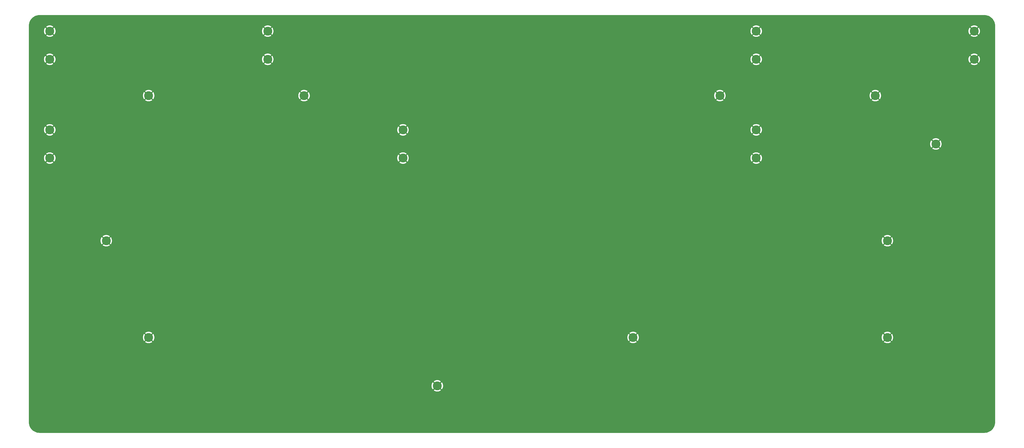
<source format=gbr>
%TF.GenerationSoftware,KiCad,Pcbnew,(6.0.0)*%
%TF.CreationDate,2022-03-02T09:47:48+01:00*%
%TF.ProjectId,backplate,6261636b-706c-4617-9465-2e6b69636164,rev?*%
%TF.SameCoordinates,Original*%
%TF.FileFunction,Copper,L2,Bot*%
%TF.FilePolarity,Positive*%
%FSLAX46Y46*%
G04 Gerber Fmt 4.6, Leading zero omitted, Abs format (unit mm)*
G04 Created by KiCad (PCBNEW (6.0.0)) date 2022-03-02 09:47:48*
%MOMM*%
%LPD*%
G01*
G04 APERTURE LIST*
%TA.AperFunction,ComponentPad*%
%ADD10C,3.500001*%
%TD*%
G04 APERTURE END LIST*
D10*
%TO.P,MH2,1*%
%TO.N,GND*%
X207168750Y-158750000D03*
%TD*%
%TO.P,MH2,1*%
%TO.N,GND*%
X246062500Y-183356250D03*
%TD*%
%TO.P,MH2,1*%
%TO.N,GND*%
X470693750Y-144462500D03*
%TD*%
%TO.P,MH2,1*%
%TO.N,GND*%
X107156250Y-183356250D03*
%TD*%
%TO.P,MH2,1*%
%TO.N,GND*%
X384968750Y-172243750D03*
%TD*%
%TO.P,H1,1,1*%
%TO.N,GND*%
X259556250Y-273050000D03*
%TD*%
%TO.P,MH2,1*%
%TO.N,GND*%
X107156250Y-133350000D03*
%TD*%
%TO.P,MH2,1*%
%TO.N,GND*%
X192881250Y-133350000D03*
%TD*%
%TO.P,MH2,1*%
%TO.N,GND*%
X436562500Y-215900000D03*
%TD*%
%TO.P,MH2,1*%
%TO.N,GND*%
X146050000Y-254000000D03*
%TD*%
%TO.P,MH2,1*%
%TO.N,GND*%
X146050000Y-158750000D03*
%TD*%
%TO.P,MH2,1*%
%TO.N,GND*%
X384968750Y-183356250D03*
%TD*%
%TO.P,MH2,1*%
%TO.N,GND*%
X107156250Y-172243750D03*
%TD*%
%TO.P,MH2,1*%
%TO.N,GND*%
X470693750Y-133350000D03*
%TD*%
%TO.P,MH2,1*%
%TO.N,GND*%
X384968750Y-133350000D03*
%TD*%
%TO.P,MH2,1*%
%TO.N,GND*%
X384968750Y-144462500D03*
%TD*%
%TO.P,MH2,1*%
%TO.N,GND*%
X455612500Y-177800000D03*
%TD*%
%TO.P,MH2,1*%
%TO.N,GND*%
X436562500Y-254000000D03*
%TD*%
%TO.P,MH2,1*%
%TO.N,GND*%
X370681250Y-158750000D03*
%TD*%
%TO.P,MH2,1*%
%TO.N,GND*%
X192881250Y-144462500D03*
%TD*%
%TO.P,MH2,1*%
%TO.N,GND*%
X336550000Y-254000000D03*
%TD*%
%TO.P,MH2,1*%
%TO.N,GND*%
X246062500Y-172243750D03*
%TD*%
%TO.P,MH2,1*%
%TO.N,GND*%
X129381250Y-215900000D03*
%TD*%
%TO.P,MH2,1*%
%TO.N,GND*%
X431800000Y-158750000D03*
%TD*%
%TO.P,MH2,1*%
%TO.N,GND*%
X107156250Y-144462500D03*
%TD*%
%TA.AperFunction,Conductor*%
%TO.N,GND*%
G36*
X474632557Y-127022000D02*
G01*
X474647358Y-127024305D01*
X474647361Y-127024305D01*
X474656230Y-127025686D01*
X474676126Y-127023084D01*
X474698284Y-127022154D01*
X475049238Y-127038380D01*
X475060827Y-127039454D01*
X475438498Y-127092137D01*
X475449938Y-127094276D01*
X475821138Y-127181581D01*
X475832314Y-127184761D01*
X476013101Y-127245355D01*
X476193879Y-127305946D01*
X476204731Y-127310150D01*
X476553569Y-127464177D01*
X476563974Y-127469357D01*
X476897129Y-127654923D01*
X476907006Y-127661039D01*
X477221603Y-127876544D01*
X477230891Y-127883558D01*
X477524263Y-128127171D01*
X477532863Y-128135012D01*
X477802488Y-128404637D01*
X477810329Y-128413237D01*
X478053942Y-128706609D01*
X478060956Y-128715897D01*
X478276461Y-129030494D01*
X478282577Y-129040371D01*
X478468143Y-129373526D01*
X478473323Y-129383931D01*
X478627350Y-129732769D01*
X478631554Y-129743621D01*
X478752736Y-130105177D01*
X478755921Y-130116371D01*
X478843224Y-130487562D01*
X478845363Y-130499002D01*
X478898046Y-130876673D01*
X478899120Y-130888262D01*
X478915003Y-131231816D01*
X478913638Y-131257015D01*
X478911814Y-131268730D01*
X478912978Y-131277632D01*
X478912978Y-131277635D01*
X478915936Y-131300251D01*
X478917000Y-131316589D01*
X478917000Y-287288172D01*
X478915500Y-287307556D01*
X478911814Y-287331230D01*
X478913638Y-287345178D01*
X478914416Y-287351126D01*
X478915346Y-287373284D01*
X478899120Y-287724238D01*
X478898046Y-287735827D01*
X478845363Y-288113498D01*
X478843224Y-288124938D01*
X478755921Y-288496129D01*
X478752736Y-288507323D01*
X478631554Y-288868879D01*
X478627350Y-288879731D01*
X478473323Y-289228569D01*
X478468143Y-289238974D01*
X478282577Y-289572129D01*
X478276461Y-289582006D01*
X478060956Y-289896603D01*
X478053942Y-289905891D01*
X477810329Y-290199263D01*
X477802488Y-290207863D01*
X477532863Y-290477488D01*
X477524263Y-290485329D01*
X477230891Y-290728942D01*
X477221603Y-290735956D01*
X476907006Y-290951461D01*
X476897129Y-290957577D01*
X476563974Y-291143143D01*
X476553569Y-291148323D01*
X476204731Y-291302350D01*
X476193879Y-291306554D01*
X476013101Y-291367145D01*
X475832314Y-291427739D01*
X475821138Y-291430919D01*
X475526482Y-291500221D01*
X475449938Y-291518224D01*
X475438498Y-291520363D01*
X475060827Y-291573046D01*
X475049238Y-291574120D01*
X474705684Y-291590003D01*
X474680485Y-291588638D01*
X474677642Y-291588195D01*
X474677640Y-291588195D01*
X474668770Y-291586814D01*
X474659868Y-291587978D01*
X474659865Y-291587978D01*
X474637249Y-291590936D01*
X474620911Y-291592000D01*
X103236828Y-291592000D01*
X103217443Y-291590500D01*
X103202642Y-291588195D01*
X103202639Y-291588195D01*
X103193770Y-291586814D01*
X103174605Y-291589320D01*
X103173874Y-291589416D01*
X103151716Y-291590346D01*
X102800762Y-291574120D01*
X102789173Y-291573046D01*
X102411502Y-291520363D01*
X102400062Y-291518224D01*
X102323518Y-291500221D01*
X102028862Y-291430919D01*
X102017686Y-291427739D01*
X101836899Y-291367145D01*
X101656121Y-291306554D01*
X101645269Y-291302350D01*
X101296431Y-291148323D01*
X101286026Y-291143143D01*
X100952871Y-290957577D01*
X100942994Y-290951461D01*
X100628397Y-290735956D01*
X100619109Y-290728942D01*
X100325737Y-290485329D01*
X100317137Y-290477488D01*
X100047512Y-290207863D01*
X100039671Y-290199263D01*
X99796058Y-289905891D01*
X99789044Y-289896603D01*
X99573539Y-289582006D01*
X99567423Y-289572129D01*
X99381857Y-289238974D01*
X99376677Y-289228569D01*
X99222650Y-288879731D01*
X99218446Y-288868879D01*
X99097264Y-288507323D01*
X99094079Y-288496129D01*
X99006776Y-288124938D01*
X99004637Y-288113498D01*
X98951954Y-287735827D01*
X98950880Y-287724238D01*
X98935170Y-287384426D01*
X98936781Y-287357709D01*
X98937264Y-287354838D01*
X98937264Y-287354833D01*
X98938071Y-287350039D01*
X98938224Y-287337500D01*
X98934273Y-287309912D01*
X98933000Y-287292049D01*
X98933000Y-274818856D01*
X258152851Y-274818856D01*
X258159309Y-274828216D01*
X258175611Y-274842512D01*
X258182151Y-274847530D01*
X258421394Y-275007387D01*
X258428531Y-275011508D01*
X258686599Y-275138772D01*
X258694203Y-275141922D01*
X258966670Y-275234412D01*
X258974633Y-275236546D01*
X259256850Y-275292683D01*
X259265001Y-275293756D01*
X259552131Y-275312575D01*
X259560369Y-275312575D01*
X259847499Y-275293756D01*
X259855650Y-275292683D01*
X260137867Y-275236546D01*
X260145830Y-275234412D01*
X260418297Y-275141922D01*
X260425901Y-275138772D01*
X260683969Y-275011508D01*
X260691106Y-275007387D01*
X260930349Y-274847530D01*
X260936889Y-274842512D01*
X260951324Y-274829853D01*
X260959722Y-274816614D01*
X260953888Y-274806849D01*
X259569060Y-273422020D01*
X259555119Y-273414408D01*
X259553284Y-273414539D01*
X259546670Y-273418790D01*
X258160366Y-274805095D01*
X258152851Y-274818856D01*
X98933000Y-274818856D01*
X98933000Y-273054119D01*
X257293675Y-273054119D01*
X257312494Y-273341249D01*
X257313567Y-273349400D01*
X257369704Y-273631617D01*
X257371838Y-273639580D01*
X257464328Y-273912047D01*
X257467478Y-273919651D01*
X257594742Y-274177718D01*
X257598863Y-274184855D01*
X257758720Y-274424099D01*
X257763738Y-274430639D01*
X257776397Y-274445074D01*
X257789636Y-274453472D01*
X257799401Y-274447638D01*
X259184230Y-273062810D01*
X259190607Y-273051131D01*
X259920658Y-273051131D01*
X259920789Y-273052966D01*
X259925040Y-273059580D01*
X261311345Y-274445884D01*
X261325106Y-274453399D01*
X261334466Y-274446941D01*
X261348762Y-274430639D01*
X261353780Y-274424099D01*
X261513637Y-274184855D01*
X261517758Y-274177718D01*
X261645022Y-273919651D01*
X261648172Y-273912047D01*
X261740662Y-273639580D01*
X261742796Y-273631617D01*
X261798933Y-273349400D01*
X261800006Y-273341249D01*
X261818825Y-273054119D01*
X261818825Y-273045881D01*
X261800006Y-272758751D01*
X261798933Y-272750600D01*
X261742796Y-272468383D01*
X261740662Y-272460420D01*
X261648172Y-272187953D01*
X261645022Y-272180349D01*
X261517758Y-271922282D01*
X261513637Y-271915145D01*
X261353780Y-271675901D01*
X261348762Y-271669361D01*
X261336103Y-271654926D01*
X261322864Y-271646528D01*
X261313099Y-271652362D01*
X259928270Y-273037190D01*
X259920658Y-273051131D01*
X259190607Y-273051131D01*
X259191842Y-273048869D01*
X259191711Y-273047034D01*
X259187460Y-273040420D01*
X257801155Y-271654116D01*
X257787394Y-271646601D01*
X257778034Y-271653059D01*
X257763738Y-271669361D01*
X257758720Y-271675901D01*
X257598863Y-271915145D01*
X257594742Y-271922282D01*
X257467478Y-272180349D01*
X257464328Y-272187953D01*
X257371838Y-272460420D01*
X257369704Y-272468383D01*
X257313567Y-272750600D01*
X257312494Y-272758751D01*
X257293675Y-273045881D01*
X257293675Y-273054119D01*
X98933000Y-273054119D01*
X98933000Y-271283386D01*
X258152778Y-271283386D01*
X258158612Y-271293151D01*
X259543440Y-272677980D01*
X259557381Y-272685592D01*
X259559216Y-272685461D01*
X259565830Y-272681210D01*
X260952134Y-271294905D01*
X260959649Y-271281144D01*
X260953191Y-271271784D01*
X260936889Y-271257488D01*
X260930349Y-271252470D01*
X260691106Y-271092613D01*
X260683969Y-271088492D01*
X260425901Y-270961228D01*
X260418297Y-270958078D01*
X260145830Y-270865588D01*
X260137867Y-270863454D01*
X259855650Y-270807317D01*
X259847499Y-270806244D01*
X259560369Y-270787425D01*
X259552131Y-270787425D01*
X259265001Y-270806244D01*
X259256850Y-270807317D01*
X258974633Y-270863454D01*
X258966670Y-270865588D01*
X258694203Y-270958078D01*
X258686599Y-270961228D01*
X258428532Y-271088492D01*
X258421395Y-271092613D01*
X258182151Y-271252470D01*
X258175611Y-271257488D01*
X258161176Y-271270147D01*
X258152778Y-271283386D01*
X98933000Y-271283386D01*
X98933000Y-255768856D01*
X144646601Y-255768856D01*
X144653059Y-255778216D01*
X144669361Y-255792512D01*
X144675901Y-255797530D01*
X144915144Y-255957387D01*
X144922281Y-255961508D01*
X145180349Y-256088772D01*
X145187953Y-256091922D01*
X145460420Y-256184412D01*
X145468383Y-256186546D01*
X145750600Y-256242683D01*
X145758751Y-256243756D01*
X146045881Y-256262575D01*
X146054119Y-256262575D01*
X146341249Y-256243756D01*
X146349400Y-256242683D01*
X146631617Y-256186546D01*
X146639580Y-256184412D01*
X146912047Y-256091922D01*
X146919651Y-256088772D01*
X147177719Y-255961508D01*
X147184856Y-255957387D01*
X147424099Y-255797530D01*
X147430639Y-255792512D01*
X147445074Y-255779853D01*
X147452050Y-255768856D01*
X335146601Y-255768856D01*
X335153059Y-255778216D01*
X335169361Y-255792512D01*
X335175901Y-255797530D01*
X335415144Y-255957387D01*
X335422281Y-255961508D01*
X335680349Y-256088772D01*
X335687953Y-256091922D01*
X335960420Y-256184412D01*
X335968383Y-256186546D01*
X336250600Y-256242683D01*
X336258751Y-256243756D01*
X336545881Y-256262575D01*
X336554119Y-256262575D01*
X336841249Y-256243756D01*
X336849400Y-256242683D01*
X337131617Y-256186546D01*
X337139580Y-256184412D01*
X337412047Y-256091922D01*
X337419651Y-256088772D01*
X337677719Y-255961508D01*
X337684856Y-255957387D01*
X337924099Y-255797530D01*
X337930639Y-255792512D01*
X337945074Y-255779853D01*
X337952050Y-255768856D01*
X435159101Y-255768856D01*
X435165559Y-255778216D01*
X435181861Y-255792512D01*
X435188401Y-255797530D01*
X435427644Y-255957387D01*
X435434781Y-255961508D01*
X435692849Y-256088772D01*
X435700453Y-256091922D01*
X435972920Y-256184412D01*
X435980883Y-256186546D01*
X436263100Y-256242683D01*
X436271251Y-256243756D01*
X436558381Y-256262575D01*
X436566619Y-256262575D01*
X436853749Y-256243756D01*
X436861900Y-256242683D01*
X437144117Y-256186546D01*
X437152080Y-256184412D01*
X437424547Y-256091922D01*
X437432151Y-256088772D01*
X437690219Y-255961508D01*
X437697356Y-255957387D01*
X437936599Y-255797530D01*
X437943139Y-255792512D01*
X437957574Y-255779853D01*
X437965972Y-255766614D01*
X437960138Y-255756849D01*
X436575310Y-254372020D01*
X436561369Y-254364408D01*
X436559534Y-254364539D01*
X436552920Y-254368790D01*
X435166616Y-255755095D01*
X435159101Y-255768856D01*
X337952050Y-255768856D01*
X337953472Y-255766614D01*
X337947638Y-255756849D01*
X336562810Y-254372020D01*
X336548869Y-254364408D01*
X336547034Y-254364539D01*
X336540420Y-254368790D01*
X335154116Y-255755095D01*
X335146601Y-255768856D01*
X147452050Y-255768856D01*
X147453472Y-255766614D01*
X147447638Y-255756849D01*
X146062810Y-254372020D01*
X146048869Y-254364408D01*
X146047034Y-254364539D01*
X146040420Y-254368790D01*
X144654116Y-255755095D01*
X144646601Y-255768856D01*
X98933000Y-255768856D01*
X98933000Y-254004119D01*
X143787425Y-254004119D01*
X143806244Y-254291249D01*
X143807317Y-254299400D01*
X143863454Y-254581617D01*
X143865588Y-254589580D01*
X143958078Y-254862047D01*
X143961228Y-254869651D01*
X144088492Y-255127718D01*
X144092613Y-255134855D01*
X144252470Y-255374099D01*
X144257488Y-255380639D01*
X144270147Y-255395074D01*
X144283386Y-255403472D01*
X144293151Y-255397638D01*
X145677980Y-254012810D01*
X145684357Y-254001131D01*
X146414408Y-254001131D01*
X146414539Y-254002966D01*
X146418790Y-254009580D01*
X147805095Y-255395884D01*
X147818856Y-255403399D01*
X147828216Y-255396941D01*
X147842512Y-255380639D01*
X147847530Y-255374099D01*
X148007387Y-255134855D01*
X148011508Y-255127718D01*
X148138772Y-254869651D01*
X148141922Y-254862047D01*
X148234412Y-254589580D01*
X148236546Y-254581617D01*
X148292683Y-254299400D01*
X148293756Y-254291249D01*
X148312575Y-254004119D01*
X334287425Y-254004119D01*
X334306244Y-254291249D01*
X334307317Y-254299400D01*
X334363454Y-254581617D01*
X334365588Y-254589580D01*
X334458078Y-254862047D01*
X334461228Y-254869651D01*
X334588492Y-255127718D01*
X334592613Y-255134855D01*
X334752470Y-255374099D01*
X334757488Y-255380639D01*
X334770147Y-255395074D01*
X334783386Y-255403472D01*
X334793151Y-255397638D01*
X336177980Y-254012810D01*
X336184357Y-254001131D01*
X336914408Y-254001131D01*
X336914539Y-254002966D01*
X336918790Y-254009580D01*
X338305095Y-255395884D01*
X338318856Y-255403399D01*
X338328216Y-255396941D01*
X338342512Y-255380639D01*
X338347530Y-255374099D01*
X338507387Y-255134855D01*
X338511508Y-255127718D01*
X338638772Y-254869651D01*
X338641922Y-254862047D01*
X338734412Y-254589580D01*
X338736546Y-254581617D01*
X338792683Y-254299400D01*
X338793756Y-254291249D01*
X338812575Y-254004119D01*
X434299925Y-254004119D01*
X434318744Y-254291249D01*
X434319817Y-254299400D01*
X434375954Y-254581617D01*
X434378088Y-254589580D01*
X434470578Y-254862047D01*
X434473728Y-254869651D01*
X434600992Y-255127718D01*
X434605113Y-255134855D01*
X434764970Y-255374099D01*
X434769988Y-255380639D01*
X434782647Y-255395074D01*
X434795886Y-255403472D01*
X434805651Y-255397638D01*
X436190480Y-254012810D01*
X436196857Y-254001131D01*
X436926908Y-254001131D01*
X436927039Y-254002966D01*
X436931290Y-254009580D01*
X438317595Y-255395884D01*
X438331356Y-255403399D01*
X438340716Y-255396941D01*
X438355012Y-255380639D01*
X438360030Y-255374099D01*
X438519887Y-255134855D01*
X438524008Y-255127718D01*
X438651272Y-254869651D01*
X438654422Y-254862047D01*
X438746912Y-254589580D01*
X438749046Y-254581617D01*
X438805183Y-254299400D01*
X438806256Y-254291249D01*
X438825075Y-254004119D01*
X438825075Y-253995881D01*
X438806256Y-253708751D01*
X438805183Y-253700600D01*
X438749046Y-253418383D01*
X438746912Y-253410420D01*
X438654422Y-253137953D01*
X438651272Y-253130349D01*
X438524008Y-252872282D01*
X438519887Y-252865145D01*
X438360030Y-252625901D01*
X438355012Y-252619361D01*
X438342353Y-252604926D01*
X438329114Y-252596528D01*
X438319349Y-252602362D01*
X436934520Y-253987190D01*
X436926908Y-254001131D01*
X436196857Y-254001131D01*
X436198092Y-253998869D01*
X436197961Y-253997034D01*
X436193710Y-253990420D01*
X434807405Y-252604116D01*
X434793644Y-252596601D01*
X434784284Y-252603059D01*
X434769988Y-252619361D01*
X434764970Y-252625901D01*
X434605113Y-252865145D01*
X434600992Y-252872282D01*
X434473728Y-253130349D01*
X434470578Y-253137953D01*
X434378088Y-253410420D01*
X434375954Y-253418383D01*
X434319817Y-253700600D01*
X434318744Y-253708751D01*
X434299925Y-253995881D01*
X434299925Y-254004119D01*
X338812575Y-254004119D01*
X338812575Y-253995881D01*
X338793756Y-253708751D01*
X338792683Y-253700600D01*
X338736546Y-253418383D01*
X338734412Y-253410420D01*
X338641922Y-253137953D01*
X338638772Y-253130349D01*
X338511508Y-252872282D01*
X338507387Y-252865145D01*
X338347530Y-252625901D01*
X338342512Y-252619361D01*
X338329853Y-252604926D01*
X338316614Y-252596528D01*
X338306849Y-252602362D01*
X336922020Y-253987190D01*
X336914408Y-254001131D01*
X336184357Y-254001131D01*
X336185592Y-253998869D01*
X336185461Y-253997034D01*
X336181210Y-253990420D01*
X334794905Y-252604116D01*
X334781144Y-252596601D01*
X334771784Y-252603059D01*
X334757488Y-252619361D01*
X334752470Y-252625901D01*
X334592613Y-252865145D01*
X334588492Y-252872282D01*
X334461228Y-253130349D01*
X334458078Y-253137953D01*
X334365588Y-253410420D01*
X334363454Y-253418383D01*
X334307317Y-253700600D01*
X334306244Y-253708751D01*
X334287425Y-253995881D01*
X334287425Y-254004119D01*
X148312575Y-254004119D01*
X148312575Y-253995881D01*
X148293756Y-253708751D01*
X148292683Y-253700600D01*
X148236546Y-253418383D01*
X148234412Y-253410420D01*
X148141922Y-253137953D01*
X148138772Y-253130349D01*
X148011508Y-252872282D01*
X148007387Y-252865145D01*
X147847530Y-252625901D01*
X147842512Y-252619361D01*
X147829853Y-252604926D01*
X147816614Y-252596528D01*
X147806849Y-252602362D01*
X146422020Y-253987190D01*
X146414408Y-254001131D01*
X145684357Y-254001131D01*
X145685592Y-253998869D01*
X145685461Y-253997034D01*
X145681210Y-253990420D01*
X144294905Y-252604116D01*
X144281144Y-252596601D01*
X144271784Y-252603059D01*
X144257488Y-252619361D01*
X144252470Y-252625901D01*
X144092613Y-252865145D01*
X144088492Y-252872282D01*
X143961228Y-253130349D01*
X143958078Y-253137953D01*
X143865588Y-253410420D01*
X143863454Y-253418383D01*
X143807317Y-253700600D01*
X143806244Y-253708751D01*
X143787425Y-253995881D01*
X143787425Y-254004119D01*
X98933000Y-254004119D01*
X98933000Y-252233386D01*
X144646528Y-252233386D01*
X144652362Y-252243151D01*
X146037190Y-253627980D01*
X146051131Y-253635592D01*
X146052966Y-253635461D01*
X146059580Y-253631210D01*
X147445884Y-252244905D01*
X147452175Y-252233386D01*
X335146528Y-252233386D01*
X335152362Y-252243151D01*
X336537190Y-253627980D01*
X336551131Y-253635592D01*
X336552966Y-253635461D01*
X336559580Y-253631210D01*
X337945884Y-252244905D01*
X337952175Y-252233386D01*
X435159028Y-252233386D01*
X435164862Y-252243151D01*
X436549690Y-253627980D01*
X436563631Y-253635592D01*
X436565466Y-253635461D01*
X436572080Y-253631210D01*
X437958384Y-252244905D01*
X437965899Y-252231144D01*
X437959441Y-252221784D01*
X437943139Y-252207488D01*
X437936599Y-252202470D01*
X437697356Y-252042613D01*
X437690219Y-252038492D01*
X437432151Y-251911228D01*
X437424547Y-251908078D01*
X437152080Y-251815588D01*
X437144117Y-251813454D01*
X436861900Y-251757317D01*
X436853749Y-251756244D01*
X436566619Y-251737425D01*
X436558381Y-251737425D01*
X436271251Y-251756244D01*
X436263100Y-251757317D01*
X435980883Y-251813454D01*
X435972920Y-251815588D01*
X435700453Y-251908078D01*
X435692849Y-251911228D01*
X435434782Y-252038492D01*
X435427645Y-252042613D01*
X435188401Y-252202470D01*
X435181861Y-252207488D01*
X435167426Y-252220147D01*
X435159028Y-252233386D01*
X337952175Y-252233386D01*
X337953399Y-252231144D01*
X337946941Y-252221784D01*
X337930639Y-252207488D01*
X337924099Y-252202470D01*
X337684856Y-252042613D01*
X337677719Y-252038492D01*
X337419651Y-251911228D01*
X337412047Y-251908078D01*
X337139580Y-251815588D01*
X337131617Y-251813454D01*
X336849400Y-251757317D01*
X336841249Y-251756244D01*
X336554119Y-251737425D01*
X336545881Y-251737425D01*
X336258751Y-251756244D01*
X336250600Y-251757317D01*
X335968383Y-251813454D01*
X335960420Y-251815588D01*
X335687953Y-251908078D01*
X335680349Y-251911228D01*
X335422282Y-252038492D01*
X335415145Y-252042613D01*
X335175901Y-252202470D01*
X335169361Y-252207488D01*
X335154926Y-252220147D01*
X335146528Y-252233386D01*
X147452175Y-252233386D01*
X147453399Y-252231144D01*
X147446941Y-252221784D01*
X147430639Y-252207488D01*
X147424099Y-252202470D01*
X147184856Y-252042613D01*
X147177719Y-252038492D01*
X146919651Y-251911228D01*
X146912047Y-251908078D01*
X146639580Y-251815588D01*
X146631617Y-251813454D01*
X146349400Y-251757317D01*
X146341249Y-251756244D01*
X146054119Y-251737425D01*
X146045881Y-251737425D01*
X145758751Y-251756244D01*
X145750600Y-251757317D01*
X145468383Y-251813454D01*
X145460420Y-251815588D01*
X145187953Y-251908078D01*
X145180349Y-251911228D01*
X144922282Y-252038492D01*
X144915145Y-252042613D01*
X144675901Y-252202470D01*
X144669361Y-252207488D01*
X144654926Y-252220147D01*
X144646528Y-252233386D01*
X98933000Y-252233386D01*
X98933000Y-217668856D01*
X127977851Y-217668856D01*
X127984309Y-217678216D01*
X128000611Y-217692512D01*
X128007151Y-217697530D01*
X128246394Y-217857387D01*
X128253531Y-217861508D01*
X128511599Y-217988772D01*
X128519203Y-217991922D01*
X128791670Y-218084412D01*
X128799633Y-218086546D01*
X129081850Y-218142683D01*
X129090001Y-218143756D01*
X129377131Y-218162575D01*
X129385369Y-218162575D01*
X129672499Y-218143756D01*
X129680650Y-218142683D01*
X129962867Y-218086546D01*
X129970830Y-218084412D01*
X130243297Y-217991922D01*
X130250901Y-217988772D01*
X130508969Y-217861508D01*
X130516106Y-217857387D01*
X130755349Y-217697530D01*
X130761889Y-217692512D01*
X130776324Y-217679853D01*
X130783300Y-217668856D01*
X435159101Y-217668856D01*
X435165559Y-217678216D01*
X435181861Y-217692512D01*
X435188401Y-217697530D01*
X435427644Y-217857387D01*
X435434781Y-217861508D01*
X435692849Y-217988772D01*
X435700453Y-217991922D01*
X435972920Y-218084412D01*
X435980883Y-218086546D01*
X436263100Y-218142683D01*
X436271251Y-218143756D01*
X436558381Y-218162575D01*
X436566619Y-218162575D01*
X436853749Y-218143756D01*
X436861900Y-218142683D01*
X437144117Y-218086546D01*
X437152080Y-218084412D01*
X437424547Y-217991922D01*
X437432151Y-217988772D01*
X437690219Y-217861508D01*
X437697356Y-217857387D01*
X437936599Y-217697530D01*
X437943139Y-217692512D01*
X437957574Y-217679853D01*
X437965972Y-217666614D01*
X437960138Y-217656849D01*
X436575310Y-216272020D01*
X436561369Y-216264408D01*
X436559534Y-216264539D01*
X436552920Y-216268790D01*
X435166616Y-217655095D01*
X435159101Y-217668856D01*
X130783300Y-217668856D01*
X130784722Y-217666614D01*
X130778888Y-217656849D01*
X129394060Y-216272020D01*
X129380119Y-216264408D01*
X129378284Y-216264539D01*
X129371670Y-216268790D01*
X127985366Y-217655095D01*
X127977851Y-217668856D01*
X98933000Y-217668856D01*
X98933000Y-215904119D01*
X127118675Y-215904119D01*
X127137494Y-216191249D01*
X127138567Y-216199400D01*
X127194704Y-216481617D01*
X127196838Y-216489580D01*
X127289328Y-216762047D01*
X127292478Y-216769651D01*
X127419742Y-217027718D01*
X127423863Y-217034855D01*
X127583720Y-217274099D01*
X127588738Y-217280639D01*
X127601397Y-217295074D01*
X127614636Y-217303472D01*
X127624401Y-217297638D01*
X129009230Y-215912810D01*
X129015607Y-215901131D01*
X129745658Y-215901131D01*
X129745789Y-215902966D01*
X129750040Y-215909580D01*
X131136345Y-217295884D01*
X131150106Y-217303399D01*
X131159466Y-217296941D01*
X131173762Y-217280639D01*
X131178780Y-217274099D01*
X131338637Y-217034855D01*
X131342758Y-217027718D01*
X131470022Y-216769651D01*
X131473172Y-216762047D01*
X131565662Y-216489580D01*
X131567796Y-216481617D01*
X131623933Y-216199400D01*
X131625006Y-216191249D01*
X131643825Y-215904119D01*
X434299925Y-215904119D01*
X434318744Y-216191249D01*
X434319817Y-216199400D01*
X434375954Y-216481617D01*
X434378088Y-216489580D01*
X434470578Y-216762047D01*
X434473728Y-216769651D01*
X434600992Y-217027718D01*
X434605113Y-217034855D01*
X434764970Y-217274099D01*
X434769988Y-217280639D01*
X434782647Y-217295074D01*
X434795886Y-217303472D01*
X434805651Y-217297638D01*
X436190480Y-215912810D01*
X436196857Y-215901131D01*
X436926908Y-215901131D01*
X436927039Y-215902966D01*
X436931290Y-215909580D01*
X438317595Y-217295884D01*
X438331356Y-217303399D01*
X438340716Y-217296941D01*
X438355012Y-217280639D01*
X438360030Y-217274099D01*
X438519887Y-217034855D01*
X438524008Y-217027718D01*
X438651272Y-216769651D01*
X438654422Y-216762047D01*
X438746912Y-216489580D01*
X438749046Y-216481617D01*
X438805183Y-216199400D01*
X438806256Y-216191249D01*
X438825075Y-215904119D01*
X438825075Y-215895881D01*
X438806256Y-215608751D01*
X438805183Y-215600600D01*
X438749046Y-215318383D01*
X438746912Y-215310420D01*
X438654422Y-215037953D01*
X438651272Y-215030349D01*
X438524008Y-214772282D01*
X438519887Y-214765145D01*
X438360030Y-214525901D01*
X438355012Y-214519361D01*
X438342353Y-214504926D01*
X438329114Y-214496528D01*
X438319349Y-214502362D01*
X436934520Y-215887190D01*
X436926908Y-215901131D01*
X436196857Y-215901131D01*
X436198092Y-215898869D01*
X436197961Y-215897034D01*
X436193710Y-215890420D01*
X434807405Y-214504116D01*
X434793644Y-214496601D01*
X434784284Y-214503059D01*
X434769988Y-214519361D01*
X434764970Y-214525901D01*
X434605113Y-214765145D01*
X434600992Y-214772282D01*
X434473728Y-215030349D01*
X434470578Y-215037953D01*
X434378088Y-215310420D01*
X434375954Y-215318383D01*
X434319817Y-215600600D01*
X434318744Y-215608751D01*
X434299925Y-215895881D01*
X434299925Y-215904119D01*
X131643825Y-215904119D01*
X131643825Y-215895881D01*
X131625006Y-215608751D01*
X131623933Y-215600600D01*
X131567796Y-215318383D01*
X131565662Y-215310420D01*
X131473172Y-215037953D01*
X131470022Y-215030349D01*
X131342758Y-214772282D01*
X131338637Y-214765145D01*
X131178780Y-214525901D01*
X131173762Y-214519361D01*
X131161103Y-214504926D01*
X131147864Y-214496528D01*
X131138099Y-214502362D01*
X129753270Y-215887190D01*
X129745658Y-215901131D01*
X129015607Y-215901131D01*
X129016842Y-215898869D01*
X129016711Y-215897034D01*
X129012460Y-215890420D01*
X127626155Y-214504116D01*
X127612394Y-214496601D01*
X127603034Y-214503059D01*
X127588738Y-214519361D01*
X127583720Y-214525901D01*
X127423863Y-214765145D01*
X127419742Y-214772282D01*
X127292478Y-215030349D01*
X127289328Y-215037953D01*
X127196838Y-215310420D01*
X127194704Y-215318383D01*
X127138567Y-215600600D01*
X127137494Y-215608751D01*
X127118675Y-215895881D01*
X127118675Y-215904119D01*
X98933000Y-215904119D01*
X98933000Y-214133386D01*
X127977778Y-214133386D01*
X127983612Y-214143151D01*
X129368440Y-215527980D01*
X129382381Y-215535592D01*
X129384216Y-215535461D01*
X129390830Y-215531210D01*
X130777134Y-214144905D01*
X130783425Y-214133386D01*
X435159028Y-214133386D01*
X435164862Y-214143151D01*
X436549690Y-215527980D01*
X436563631Y-215535592D01*
X436565466Y-215535461D01*
X436572080Y-215531210D01*
X437958384Y-214144905D01*
X437965899Y-214131144D01*
X437959441Y-214121784D01*
X437943139Y-214107488D01*
X437936599Y-214102470D01*
X437697356Y-213942613D01*
X437690219Y-213938492D01*
X437432151Y-213811228D01*
X437424547Y-213808078D01*
X437152080Y-213715588D01*
X437144117Y-213713454D01*
X436861900Y-213657317D01*
X436853749Y-213656244D01*
X436566619Y-213637425D01*
X436558381Y-213637425D01*
X436271251Y-213656244D01*
X436263100Y-213657317D01*
X435980883Y-213713454D01*
X435972920Y-213715588D01*
X435700453Y-213808078D01*
X435692849Y-213811228D01*
X435434782Y-213938492D01*
X435427645Y-213942613D01*
X435188401Y-214102470D01*
X435181861Y-214107488D01*
X435167426Y-214120147D01*
X435159028Y-214133386D01*
X130783425Y-214133386D01*
X130784649Y-214131144D01*
X130778191Y-214121784D01*
X130761889Y-214107488D01*
X130755349Y-214102470D01*
X130516106Y-213942613D01*
X130508969Y-213938492D01*
X130250901Y-213811228D01*
X130243297Y-213808078D01*
X129970830Y-213715588D01*
X129962867Y-213713454D01*
X129680650Y-213657317D01*
X129672499Y-213656244D01*
X129385369Y-213637425D01*
X129377131Y-213637425D01*
X129090001Y-213656244D01*
X129081850Y-213657317D01*
X128799633Y-213713454D01*
X128791670Y-213715588D01*
X128519203Y-213808078D01*
X128511599Y-213811228D01*
X128253532Y-213938492D01*
X128246395Y-213942613D01*
X128007151Y-214102470D01*
X128000611Y-214107488D01*
X127986176Y-214120147D01*
X127977778Y-214133386D01*
X98933000Y-214133386D01*
X98933000Y-185125106D01*
X105752851Y-185125106D01*
X105759309Y-185134466D01*
X105775611Y-185148762D01*
X105782151Y-185153780D01*
X106021394Y-185313637D01*
X106028531Y-185317758D01*
X106286599Y-185445022D01*
X106294203Y-185448172D01*
X106566670Y-185540662D01*
X106574633Y-185542796D01*
X106856850Y-185598933D01*
X106865001Y-185600006D01*
X107152131Y-185618825D01*
X107160369Y-185618825D01*
X107447499Y-185600006D01*
X107455650Y-185598933D01*
X107737867Y-185542796D01*
X107745830Y-185540662D01*
X108018297Y-185448172D01*
X108025901Y-185445022D01*
X108283969Y-185317758D01*
X108291106Y-185313637D01*
X108530349Y-185153780D01*
X108536889Y-185148762D01*
X108551324Y-185136103D01*
X108558300Y-185125106D01*
X244659101Y-185125106D01*
X244665559Y-185134466D01*
X244681861Y-185148762D01*
X244688401Y-185153780D01*
X244927644Y-185313637D01*
X244934781Y-185317758D01*
X245192849Y-185445022D01*
X245200453Y-185448172D01*
X245472920Y-185540662D01*
X245480883Y-185542796D01*
X245763100Y-185598933D01*
X245771251Y-185600006D01*
X246058381Y-185618825D01*
X246066619Y-185618825D01*
X246353749Y-185600006D01*
X246361900Y-185598933D01*
X246644117Y-185542796D01*
X246652080Y-185540662D01*
X246924547Y-185448172D01*
X246932151Y-185445022D01*
X247190219Y-185317758D01*
X247197356Y-185313637D01*
X247436599Y-185153780D01*
X247443139Y-185148762D01*
X247457574Y-185136103D01*
X247464550Y-185125106D01*
X383565351Y-185125106D01*
X383571809Y-185134466D01*
X383588111Y-185148762D01*
X383594651Y-185153780D01*
X383833894Y-185313637D01*
X383841031Y-185317758D01*
X384099099Y-185445022D01*
X384106703Y-185448172D01*
X384379170Y-185540662D01*
X384387133Y-185542796D01*
X384669350Y-185598933D01*
X384677501Y-185600006D01*
X384964631Y-185618825D01*
X384972869Y-185618825D01*
X385259999Y-185600006D01*
X385268150Y-185598933D01*
X385550367Y-185542796D01*
X385558330Y-185540662D01*
X385830797Y-185448172D01*
X385838401Y-185445022D01*
X386096469Y-185317758D01*
X386103606Y-185313637D01*
X386342849Y-185153780D01*
X386349389Y-185148762D01*
X386363824Y-185136103D01*
X386372222Y-185122864D01*
X386366388Y-185113099D01*
X384981560Y-183728270D01*
X384967619Y-183720658D01*
X384965784Y-183720789D01*
X384959170Y-183725040D01*
X383572866Y-185111345D01*
X383565351Y-185125106D01*
X247464550Y-185125106D01*
X247465972Y-185122864D01*
X247460138Y-185113099D01*
X246075310Y-183728270D01*
X246061369Y-183720658D01*
X246059534Y-183720789D01*
X246052920Y-183725040D01*
X244666616Y-185111345D01*
X244659101Y-185125106D01*
X108558300Y-185125106D01*
X108559722Y-185122864D01*
X108553888Y-185113099D01*
X107169060Y-183728270D01*
X107155119Y-183720658D01*
X107153284Y-183720789D01*
X107146670Y-183725040D01*
X105760366Y-185111345D01*
X105752851Y-185125106D01*
X98933000Y-185125106D01*
X98933000Y-183360369D01*
X104893675Y-183360369D01*
X104912494Y-183647499D01*
X104913567Y-183655650D01*
X104969704Y-183937867D01*
X104971838Y-183945830D01*
X105064328Y-184218297D01*
X105067478Y-184225901D01*
X105194742Y-184483968D01*
X105198863Y-184491105D01*
X105358720Y-184730349D01*
X105363738Y-184736889D01*
X105376397Y-184751324D01*
X105389636Y-184759722D01*
X105399401Y-184753888D01*
X106784230Y-183369060D01*
X106790607Y-183357381D01*
X107520658Y-183357381D01*
X107520789Y-183359216D01*
X107525040Y-183365830D01*
X108911345Y-184752134D01*
X108925106Y-184759649D01*
X108934466Y-184753191D01*
X108948762Y-184736889D01*
X108953780Y-184730349D01*
X109113637Y-184491105D01*
X109117758Y-184483968D01*
X109245022Y-184225901D01*
X109248172Y-184218297D01*
X109340662Y-183945830D01*
X109342796Y-183937867D01*
X109398933Y-183655650D01*
X109400006Y-183647499D01*
X109418825Y-183360369D01*
X243799925Y-183360369D01*
X243818744Y-183647499D01*
X243819817Y-183655650D01*
X243875954Y-183937867D01*
X243878088Y-183945830D01*
X243970578Y-184218297D01*
X243973728Y-184225901D01*
X244100992Y-184483968D01*
X244105113Y-184491105D01*
X244264970Y-184730349D01*
X244269988Y-184736889D01*
X244282647Y-184751324D01*
X244295886Y-184759722D01*
X244305651Y-184753888D01*
X245690480Y-183369060D01*
X245696857Y-183357381D01*
X246426908Y-183357381D01*
X246427039Y-183359216D01*
X246431290Y-183365830D01*
X247817595Y-184752134D01*
X247831356Y-184759649D01*
X247840716Y-184753191D01*
X247855012Y-184736889D01*
X247860030Y-184730349D01*
X248019887Y-184491105D01*
X248024008Y-184483968D01*
X248151272Y-184225901D01*
X248154422Y-184218297D01*
X248246912Y-183945830D01*
X248249046Y-183937867D01*
X248305183Y-183655650D01*
X248306256Y-183647499D01*
X248325075Y-183360369D01*
X382706175Y-183360369D01*
X382724994Y-183647499D01*
X382726067Y-183655650D01*
X382782204Y-183937867D01*
X382784338Y-183945830D01*
X382876828Y-184218297D01*
X382879978Y-184225901D01*
X383007242Y-184483968D01*
X383011363Y-184491105D01*
X383171220Y-184730349D01*
X383176238Y-184736889D01*
X383188897Y-184751324D01*
X383202136Y-184759722D01*
X383211901Y-184753888D01*
X384596730Y-183369060D01*
X384603107Y-183357381D01*
X385333158Y-183357381D01*
X385333289Y-183359216D01*
X385337540Y-183365830D01*
X386723845Y-184752134D01*
X386737606Y-184759649D01*
X386746966Y-184753191D01*
X386761262Y-184736889D01*
X386766280Y-184730349D01*
X386926137Y-184491105D01*
X386930258Y-184483968D01*
X387057522Y-184225901D01*
X387060672Y-184218297D01*
X387153162Y-183945830D01*
X387155296Y-183937867D01*
X387211433Y-183655650D01*
X387212506Y-183647499D01*
X387231325Y-183360369D01*
X387231325Y-183352131D01*
X387212506Y-183065001D01*
X387211433Y-183056850D01*
X387155296Y-182774633D01*
X387153162Y-182766670D01*
X387060672Y-182494203D01*
X387057522Y-182486599D01*
X386930258Y-182228532D01*
X386926137Y-182221395D01*
X386766280Y-181982151D01*
X386761262Y-181975611D01*
X386748603Y-181961176D01*
X386735364Y-181952778D01*
X386725599Y-181958612D01*
X385340770Y-183343440D01*
X385333158Y-183357381D01*
X384603107Y-183357381D01*
X384604342Y-183355119D01*
X384604211Y-183353284D01*
X384599960Y-183346670D01*
X383213655Y-181960366D01*
X383199894Y-181952851D01*
X383190534Y-181959309D01*
X383176238Y-181975611D01*
X383171220Y-181982151D01*
X383011363Y-182221395D01*
X383007242Y-182228532D01*
X382879978Y-182486599D01*
X382876828Y-182494203D01*
X382784338Y-182766670D01*
X382782204Y-182774633D01*
X382726067Y-183056850D01*
X382724994Y-183065001D01*
X382706175Y-183352131D01*
X382706175Y-183360369D01*
X248325075Y-183360369D01*
X248325075Y-183352131D01*
X248306256Y-183065001D01*
X248305183Y-183056850D01*
X248249046Y-182774633D01*
X248246912Y-182766670D01*
X248154422Y-182494203D01*
X248151272Y-182486599D01*
X248024008Y-182228532D01*
X248019887Y-182221395D01*
X247860030Y-181982151D01*
X247855012Y-181975611D01*
X247842353Y-181961176D01*
X247829114Y-181952778D01*
X247819349Y-181958612D01*
X246434520Y-183343440D01*
X246426908Y-183357381D01*
X245696857Y-183357381D01*
X245698092Y-183355119D01*
X245697961Y-183353284D01*
X245693710Y-183346670D01*
X244307405Y-181960366D01*
X244293644Y-181952851D01*
X244284284Y-181959309D01*
X244269988Y-181975611D01*
X244264970Y-181982151D01*
X244105113Y-182221395D01*
X244100992Y-182228532D01*
X243973728Y-182486599D01*
X243970578Y-182494203D01*
X243878088Y-182766670D01*
X243875954Y-182774633D01*
X243819817Y-183056850D01*
X243818744Y-183065001D01*
X243799925Y-183352131D01*
X243799925Y-183360369D01*
X109418825Y-183360369D01*
X109418825Y-183352131D01*
X109400006Y-183065001D01*
X109398933Y-183056850D01*
X109342796Y-182774633D01*
X109340662Y-182766670D01*
X109248172Y-182494203D01*
X109245022Y-182486599D01*
X109117758Y-182228532D01*
X109113637Y-182221395D01*
X108953780Y-181982151D01*
X108948762Y-181975611D01*
X108936103Y-181961176D01*
X108922864Y-181952778D01*
X108913099Y-181958612D01*
X107528270Y-183343440D01*
X107520658Y-183357381D01*
X106790607Y-183357381D01*
X106791842Y-183355119D01*
X106791711Y-183353284D01*
X106787460Y-183346670D01*
X105401155Y-181960366D01*
X105387394Y-181952851D01*
X105378034Y-181959309D01*
X105363738Y-181975611D01*
X105358720Y-181982151D01*
X105198863Y-182221395D01*
X105194742Y-182228532D01*
X105067478Y-182486599D01*
X105064328Y-182494203D01*
X104971838Y-182766670D01*
X104969704Y-182774633D01*
X104913567Y-183056850D01*
X104912494Y-183065001D01*
X104893675Y-183352131D01*
X104893675Y-183360369D01*
X98933000Y-183360369D01*
X98933000Y-181589636D01*
X105752778Y-181589636D01*
X105758612Y-181599401D01*
X107143440Y-182984230D01*
X107157381Y-182991842D01*
X107159216Y-182991711D01*
X107165830Y-182987460D01*
X108552134Y-181601155D01*
X108558425Y-181589636D01*
X244659028Y-181589636D01*
X244664862Y-181599401D01*
X246049690Y-182984230D01*
X246063631Y-182991842D01*
X246065466Y-182991711D01*
X246072080Y-182987460D01*
X247458384Y-181601155D01*
X247464675Y-181589636D01*
X383565278Y-181589636D01*
X383571112Y-181599401D01*
X384955940Y-182984230D01*
X384969881Y-182991842D01*
X384971716Y-182991711D01*
X384978330Y-182987460D01*
X386364634Y-181601155D01*
X386372149Y-181587394D01*
X386365691Y-181578034D01*
X386349389Y-181563738D01*
X386342849Y-181558720D01*
X386103606Y-181398863D01*
X386096469Y-181394742D01*
X385838401Y-181267478D01*
X385830797Y-181264328D01*
X385558330Y-181171838D01*
X385550367Y-181169704D01*
X385268150Y-181113567D01*
X385259999Y-181112494D01*
X384972869Y-181093675D01*
X384964631Y-181093675D01*
X384677501Y-181112494D01*
X384669350Y-181113567D01*
X384387133Y-181169704D01*
X384379170Y-181171838D01*
X384106703Y-181264328D01*
X384099099Y-181267478D01*
X383841032Y-181394742D01*
X383833895Y-181398863D01*
X383594651Y-181558720D01*
X383588111Y-181563738D01*
X383573676Y-181576397D01*
X383565278Y-181589636D01*
X247464675Y-181589636D01*
X247465899Y-181587394D01*
X247459441Y-181578034D01*
X247443139Y-181563738D01*
X247436599Y-181558720D01*
X247197356Y-181398863D01*
X247190219Y-181394742D01*
X246932151Y-181267478D01*
X246924547Y-181264328D01*
X246652080Y-181171838D01*
X246644117Y-181169704D01*
X246361900Y-181113567D01*
X246353749Y-181112494D01*
X246066619Y-181093675D01*
X246058381Y-181093675D01*
X245771251Y-181112494D01*
X245763100Y-181113567D01*
X245480883Y-181169704D01*
X245472920Y-181171838D01*
X245200453Y-181264328D01*
X245192849Y-181267478D01*
X244934782Y-181394742D01*
X244927645Y-181398863D01*
X244688401Y-181558720D01*
X244681861Y-181563738D01*
X244667426Y-181576397D01*
X244659028Y-181589636D01*
X108558425Y-181589636D01*
X108559649Y-181587394D01*
X108553191Y-181578034D01*
X108536889Y-181563738D01*
X108530349Y-181558720D01*
X108291106Y-181398863D01*
X108283969Y-181394742D01*
X108025901Y-181267478D01*
X108018297Y-181264328D01*
X107745830Y-181171838D01*
X107737867Y-181169704D01*
X107455650Y-181113567D01*
X107447499Y-181112494D01*
X107160369Y-181093675D01*
X107152131Y-181093675D01*
X106865001Y-181112494D01*
X106856850Y-181113567D01*
X106574633Y-181169704D01*
X106566670Y-181171838D01*
X106294203Y-181264328D01*
X106286599Y-181267478D01*
X106028532Y-181394742D01*
X106021395Y-181398863D01*
X105782151Y-181558720D01*
X105775611Y-181563738D01*
X105761176Y-181576397D01*
X105752778Y-181589636D01*
X98933000Y-181589636D01*
X98933000Y-179568856D01*
X454209101Y-179568856D01*
X454215559Y-179578216D01*
X454231861Y-179592512D01*
X454238401Y-179597530D01*
X454477644Y-179757387D01*
X454484781Y-179761508D01*
X454742849Y-179888772D01*
X454750453Y-179891922D01*
X455022920Y-179984412D01*
X455030883Y-179986546D01*
X455313100Y-180042683D01*
X455321251Y-180043756D01*
X455608381Y-180062575D01*
X455616619Y-180062575D01*
X455903749Y-180043756D01*
X455911900Y-180042683D01*
X456194117Y-179986546D01*
X456202080Y-179984412D01*
X456474547Y-179891922D01*
X456482151Y-179888772D01*
X456740219Y-179761508D01*
X456747356Y-179757387D01*
X456986599Y-179597530D01*
X456993139Y-179592512D01*
X457007574Y-179579853D01*
X457015972Y-179566614D01*
X457010138Y-179556849D01*
X455625310Y-178172020D01*
X455611369Y-178164408D01*
X455609534Y-178164539D01*
X455602920Y-178168790D01*
X454216616Y-179555095D01*
X454209101Y-179568856D01*
X98933000Y-179568856D01*
X98933000Y-177804119D01*
X453349925Y-177804119D01*
X453368744Y-178091249D01*
X453369817Y-178099400D01*
X453425954Y-178381617D01*
X453428088Y-178389580D01*
X453520578Y-178662047D01*
X453523728Y-178669651D01*
X453650992Y-178927718D01*
X453655113Y-178934855D01*
X453814970Y-179174099D01*
X453819988Y-179180639D01*
X453832647Y-179195074D01*
X453845886Y-179203472D01*
X453855651Y-179197638D01*
X455240480Y-177812810D01*
X455246857Y-177801131D01*
X455976908Y-177801131D01*
X455977039Y-177802966D01*
X455981290Y-177809580D01*
X457367595Y-179195884D01*
X457381356Y-179203399D01*
X457390716Y-179196941D01*
X457405012Y-179180639D01*
X457410030Y-179174099D01*
X457569887Y-178934855D01*
X457574008Y-178927718D01*
X457701272Y-178669651D01*
X457704422Y-178662047D01*
X457796912Y-178389580D01*
X457799046Y-178381617D01*
X457855183Y-178099400D01*
X457856256Y-178091249D01*
X457875075Y-177804119D01*
X457875075Y-177795881D01*
X457856256Y-177508751D01*
X457855183Y-177500600D01*
X457799046Y-177218383D01*
X457796912Y-177210420D01*
X457704422Y-176937953D01*
X457701272Y-176930349D01*
X457574008Y-176672282D01*
X457569887Y-176665145D01*
X457410030Y-176425901D01*
X457405012Y-176419361D01*
X457392353Y-176404926D01*
X457379114Y-176396528D01*
X457369349Y-176402362D01*
X455984520Y-177787190D01*
X455976908Y-177801131D01*
X455246857Y-177801131D01*
X455248092Y-177798869D01*
X455247961Y-177797034D01*
X455243710Y-177790420D01*
X453857405Y-176404116D01*
X453843644Y-176396601D01*
X453834284Y-176403059D01*
X453819988Y-176419361D01*
X453814970Y-176425901D01*
X453655113Y-176665145D01*
X453650992Y-176672282D01*
X453523728Y-176930349D01*
X453520578Y-176937953D01*
X453428088Y-177210420D01*
X453425954Y-177218383D01*
X453369817Y-177500600D01*
X453368744Y-177508751D01*
X453349925Y-177795881D01*
X453349925Y-177804119D01*
X98933000Y-177804119D01*
X98933000Y-176033386D01*
X454209028Y-176033386D01*
X454214862Y-176043151D01*
X455599690Y-177427980D01*
X455613631Y-177435592D01*
X455615466Y-177435461D01*
X455622080Y-177431210D01*
X457008384Y-176044905D01*
X457015899Y-176031144D01*
X457009441Y-176021784D01*
X456993139Y-176007488D01*
X456986599Y-176002470D01*
X456747356Y-175842613D01*
X456740219Y-175838492D01*
X456482151Y-175711228D01*
X456474547Y-175708078D01*
X456202080Y-175615588D01*
X456194117Y-175613454D01*
X455911900Y-175557317D01*
X455903749Y-175556244D01*
X455616619Y-175537425D01*
X455608381Y-175537425D01*
X455321251Y-175556244D01*
X455313100Y-175557317D01*
X455030883Y-175613454D01*
X455022920Y-175615588D01*
X454750453Y-175708078D01*
X454742849Y-175711228D01*
X454484782Y-175838492D01*
X454477645Y-175842613D01*
X454238401Y-176002470D01*
X454231861Y-176007488D01*
X454217426Y-176020147D01*
X454209028Y-176033386D01*
X98933000Y-176033386D01*
X98933000Y-174012606D01*
X105752851Y-174012606D01*
X105759309Y-174021966D01*
X105775611Y-174036262D01*
X105782151Y-174041280D01*
X106021394Y-174201137D01*
X106028531Y-174205258D01*
X106286599Y-174332522D01*
X106294203Y-174335672D01*
X106566670Y-174428162D01*
X106574633Y-174430296D01*
X106856850Y-174486433D01*
X106865001Y-174487506D01*
X107152131Y-174506325D01*
X107160369Y-174506325D01*
X107447499Y-174487506D01*
X107455650Y-174486433D01*
X107737867Y-174430296D01*
X107745830Y-174428162D01*
X108018297Y-174335672D01*
X108025901Y-174332522D01*
X108283969Y-174205258D01*
X108291106Y-174201137D01*
X108530349Y-174041280D01*
X108536889Y-174036262D01*
X108551324Y-174023603D01*
X108558300Y-174012606D01*
X244659101Y-174012606D01*
X244665559Y-174021966D01*
X244681861Y-174036262D01*
X244688401Y-174041280D01*
X244927644Y-174201137D01*
X244934781Y-174205258D01*
X245192849Y-174332522D01*
X245200453Y-174335672D01*
X245472920Y-174428162D01*
X245480883Y-174430296D01*
X245763100Y-174486433D01*
X245771251Y-174487506D01*
X246058381Y-174506325D01*
X246066619Y-174506325D01*
X246353749Y-174487506D01*
X246361900Y-174486433D01*
X246644117Y-174430296D01*
X246652080Y-174428162D01*
X246924547Y-174335672D01*
X246932151Y-174332522D01*
X247190219Y-174205258D01*
X247197356Y-174201137D01*
X247436599Y-174041280D01*
X247443139Y-174036262D01*
X247457574Y-174023603D01*
X247464550Y-174012606D01*
X383565351Y-174012606D01*
X383571809Y-174021966D01*
X383588111Y-174036262D01*
X383594651Y-174041280D01*
X383833894Y-174201137D01*
X383841031Y-174205258D01*
X384099099Y-174332522D01*
X384106703Y-174335672D01*
X384379170Y-174428162D01*
X384387133Y-174430296D01*
X384669350Y-174486433D01*
X384677501Y-174487506D01*
X384964631Y-174506325D01*
X384972869Y-174506325D01*
X385259999Y-174487506D01*
X385268150Y-174486433D01*
X385550367Y-174430296D01*
X385558330Y-174428162D01*
X385830797Y-174335672D01*
X385838401Y-174332522D01*
X386096469Y-174205258D01*
X386103606Y-174201137D01*
X386342849Y-174041280D01*
X386349389Y-174036262D01*
X386363824Y-174023603D01*
X386372222Y-174010364D01*
X386366388Y-174000599D01*
X384981560Y-172615770D01*
X384967619Y-172608158D01*
X384965784Y-172608289D01*
X384959170Y-172612540D01*
X383572866Y-173998845D01*
X383565351Y-174012606D01*
X247464550Y-174012606D01*
X247465972Y-174010364D01*
X247460138Y-174000599D01*
X246075310Y-172615770D01*
X246061369Y-172608158D01*
X246059534Y-172608289D01*
X246052920Y-172612540D01*
X244666616Y-173998845D01*
X244659101Y-174012606D01*
X108558300Y-174012606D01*
X108559722Y-174010364D01*
X108553888Y-174000599D01*
X107169060Y-172615770D01*
X107155119Y-172608158D01*
X107153284Y-172608289D01*
X107146670Y-172612540D01*
X105760366Y-173998845D01*
X105752851Y-174012606D01*
X98933000Y-174012606D01*
X98933000Y-172247869D01*
X104893675Y-172247869D01*
X104912494Y-172534999D01*
X104913567Y-172543150D01*
X104969704Y-172825367D01*
X104971838Y-172833330D01*
X105064328Y-173105797D01*
X105067478Y-173113401D01*
X105194742Y-173371468D01*
X105198863Y-173378605D01*
X105358720Y-173617849D01*
X105363738Y-173624389D01*
X105376397Y-173638824D01*
X105389636Y-173647222D01*
X105399401Y-173641388D01*
X106784230Y-172256560D01*
X106790607Y-172244881D01*
X107520658Y-172244881D01*
X107520789Y-172246716D01*
X107525040Y-172253330D01*
X108911345Y-173639634D01*
X108925106Y-173647149D01*
X108934466Y-173640691D01*
X108948762Y-173624389D01*
X108953780Y-173617849D01*
X109113637Y-173378605D01*
X109117758Y-173371468D01*
X109245022Y-173113401D01*
X109248172Y-173105797D01*
X109340662Y-172833330D01*
X109342796Y-172825367D01*
X109398933Y-172543150D01*
X109400006Y-172534999D01*
X109418825Y-172247869D01*
X243799925Y-172247869D01*
X243818744Y-172534999D01*
X243819817Y-172543150D01*
X243875954Y-172825367D01*
X243878088Y-172833330D01*
X243970578Y-173105797D01*
X243973728Y-173113401D01*
X244100992Y-173371468D01*
X244105113Y-173378605D01*
X244264970Y-173617849D01*
X244269988Y-173624389D01*
X244282647Y-173638824D01*
X244295886Y-173647222D01*
X244305651Y-173641388D01*
X245690480Y-172256560D01*
X245696857Y-172244881D01*
X246426908Y-172244881D01*
X246427039Y-172246716D01*
X246431290Y-172253330D01*
X247817595Y-173639634D01*
X247831356Y-173647149D01*
X247840716Y-173640691D01*
X247855012Y-173624389D01*
X247860030Y-173617849D01*
X248019887Y-173378605D01*
X248024008Y-173371468D01*
X248151272Y-173113401D01*
X248154422Y-173105797D01*
X248246912Y-172833330D01*
X248249046Y-172825367D01*
X248305183Y-172543150D01*
X248306256Y-172534999D01*
X248325075Y-172247869D01*
X382706175Y-172247869D01*
X382724994Y-172534999D01*
X382726067Y-172543150D01*
X382782204Y-172825367D01*
X382784338Y-172833330D01*
X382876828Y-173105797D01*
X382879978Y-173113401D01*
X383007242Y-173371468D01*
X383011363Y-173378605D01*
X383171220Y-173617849D01*
X383176238Y-173624389D01*
X383188897Y-173638824D01*
X383202136Y-173647222D01*
X383211901Y-173641388D01*
X384596730Y-172256560D01*
X384603107Y-172244881D01*
X385333158Y-172244881D01*
X385333289Y-172246716D01*
X385337540Y-172253330D01*
X386723845Y-173639634D01*
X386737606Y-173647149D01*
X386746966Y-173640691D01*
X386761262Y-173624389D01*
X386766280Y-173617849D01*
X386926137Y-173378605D01*
X386930258Y-173371468D01*
X387057522Y-173113401D01*
X387060672Y-173105797D01*
X387153162Y-172833330D01*
X387155296Y-172825367D01*
X387211433Y-172543150D01*
X387212506Y-172534999D01*
X387231325Y-172247869D01*
X387231325Y-172239631D01*
X387212506Y-171952501D01*
X387211433Y-171944350D01*
X387155296Y-171662133D01*
X387153162Y-171654170D01*
X387060672Y-171381703D01*
X387057522Y-171374099D01*
X386930258Y-171116032D01*
X386926137Y-171108895D01*
X386766280Y-170869651D01*
X386761262Y-170863111D01*
X386748603Y-170848676D01*
X386735364Y-170840278D01*
X386725599Y-170846112D01*
X385340770Y-172230940D01*
X385333158Y-172244881D01*
X384603107Y-172244881D01*
X384604342Y-172242619D01*
X384604211Y-172240784D01*
X384599960Y-172234170D01*
X383213655Y-170847866D01*
X383199894Y-170840351D01*
X383190534Y-170846809D01*
X383176238Y-170863111D01*
X383171220Y-170869651D01*
X383011363Y-171108895D01*
X383007242Y-171116032D01*
X382879978Y-171374099D01*
X382876828Y-171381703D01*
X382784338Y-171654170D01*
X382782204Y-171662133D01*
X382726067Y-171944350D01*
X382724994Y-171952501D01*
X382706175Y-172239631D01*
X382706175Y-172247869D01*
X248325075Y-172247869D01*
X248325075Y-172239631D01*
X248306256Y-171952501D01*
X248305183Y-171944350D01*
X248249046Y-171662133D01*
X248246912Y-171654170D01*
X248154422Y-171381703D01*
X248151272Y-171374099D01*
X248024008Y-171116032D01*
X248019887Y-171108895D01*
X247860030Y-170869651D01*
X247855012Y-170863111D01*
X247842353Y-170848676D01*
X247829114Y-170840278D01*
X247819349Y-170846112D01*
X246434520Y-172230940D01*
X246426908Y-172244881D01*
X245696857Y-172244881D01*
X245698092Y-172242619D01*
X245697961Y-172240784D01*
X245693710Y-172234170D01*
X244307405Y-170847866D01*
X244293644Y-170840351D01*
X244284284Y-170846809D01*
X244269988Y-170863111D01*
X244264970Y-170869651D01*
X244105113Y-171108895D01*
X244100992Y-171116032D01*
X243973728Y-171374099D01*
X243970578Y-171381703D01*
X243878088Y-171654170D01*
X243875954Y-171662133D01*
X243819817Y-171944350D01*
X243818744Y-171952501D01*
X243799925Y-172239631D01*
X243799925Y-172247869D01*
X109418825Y-172247869D01*
X109418825Y-172239631D01*
X109400006Y-171952501D01*
X109398933Y-171944350D01*
X109342796Y-171662133D01*
X109340662Y-171654170D01*
X109248172Y-171381703D01*
X109245022Y-171374099D01*
X109117758Y-171116032D01*
X109113637Y-171108895D01*
X108953780Y-170869651D01*
X108948762Y-170863111D01*
X108936103Y-170848676D01*
X108922864Y-170840278D01*
X108913099Y-170846112D01*
X107528270Y-172230940D01*
X107520658Y-172244881D01*
X106790607Y-172244881D01*
X106791842Y-172242619D01*
X106791711Y-172240784D01*
X106787460Y-172234170D01*
X105401155Y-170847866D01*
X105387394Y-170840351D01*
X105378034Y-170846809D01*
X105363738Y-170863111D01*
X105358720Y-170869651D01*
X105198863Y-171108895D01*
X105194742Y-171116032D01*
X105067478Y-171374099D01*
X105064328Y-171381703D01*
X104971838Y-171654170D01*
X104969704Y-171662133D01*
X104913567Y-171944350D01*
X104912494Y-171952501D01*
X104893675Y-172239631D01*
X104893675Y-172247869D01*
X98933000Y-172247869D01*
X98933000Y-170477136D01*
X105752778Y-170477136D01*
X105758612Y-170486901D01*
X107143440Y-171871730D01*
X107157381Y-171879342D01*
X107159216Y-171879211D01*
X107165830Y-171874960D01*
X108552134Y-170488655D01*
X108558425Y-170477136D01*
X244659028Y-170477136D01*
X244664862Y-170486901D01*
X246049690Y-171871730D01*
X246063631Y-171879342D01*
X246065466Y-171879211D01*
X246072080Y-171874960D01*
X247458384Y-170488655D01*
X247464675Y-170477136D01*
X383565278Y-170477136D01*
X383571112Y-170486901D01*
X384955940Y-171871730D01*
X384969881Y-171879342D01*
X384971716Y-171879211D01*
X384978330Y-171874960D01*
X386364634Y-170488655D01*
X386372149Y-170474894D01*
X386365691Y-170465534D01*
X386349389Y-170451238D01*
X386342849Y-170446220D01*
X386103606Y-170286363D01*
X386096469Y-170282242D01*
X385838401Y-170154978D01*
X385830797Y-170151828D01*
X385558330Y-170059338D01*
X385550367Y-170057204D01*
X385268150Y-170001067D01*
X385259999Y-169999994D01*
X384972869Y-169981175D01*
X384964631Y-169981175D01*
X384677501Y-169999994D01*
X384669350Y-170001067D01*
X384387133Y-170057204D01*
X384379170Y-170059338D01*
X384106703Y-170151828D01*
X384099099Y-170154978D01*
X383841032Y-170282242D01*
X383833895Y-170286363D01*
X383594651Y-170446220D01*
X383588111Y-170451238D01*
X383573676Y-170463897D01*
X383565278Y-170477136D01*
X247464675Y-170477136D01*
X247465899Y-170474894D01*
X247459441Y-170465534D01*
X247443139Y-170451238D01*
X247436599Y-170446220D01*
X247197356Y-170286363D01*
X247190219Y-170282242D01*
X246932151Y-170154978D01*
X246924547Y-170151828D01*
X246652080Y-170059338D01*
X246644117Y-170057204D01*
X246361900Y-170001067D01*
X246353749Y-169999994D01*
X246066619Y-169981175D01*
X246058381Y-169981175D01*
X245771251Y-169999994D01*
X245763100Y-170001067D01*
X245480883Y-170057204D01*
X245472920Y-170059338D01*
X245200453Y-170151828D01*
X245192849Y-170154978D01*
X244934782Y-170282242D01*
X244927645Y-170286363D01*
X244688401Y-170446220D01*
X244681861Y-170451238D01*
X244667426Y-170463897D01*
X244659028Y-170477136D01*
X108558425Y-170477136D01*
X108559649Y-170474894D01*
X108553191Y-170465534D01*
X108536889Y-170451238D01*
X108530349Y-170446220D01*
X108291106Y-170286363D01*
X108283969Y-170282242D01*
X108025901Y-170154978D01*
X108018297Y-170151828D01*
X107745830Y-170059338D01*
X107737867Y-170057204D01*
X107455650Y-170001067D01*
X107447499Y-169999994D01*
X107160369Y-169981175D01*
X107152131Y-169981175D01*
X106865001Y-169999994D01*
X106856850Y-170001067D01*
X106574633Y-170057204D01*
X106566670Y-170059338D01*
X106294203Y-170151828D01*
X106286599Y-170154978D01*
X106028532Y-170282242D01*
X106021395Y-170286363D01*
X105782151Y-170446220D01*
X105775611Y-170451238D01*
X105761176Y-170463897D01*
X105752778Y-170477136D01*
X98933000Y-170477136D01*
X98933000Y-160518856D01*
X144646601Y-160518856D01*
X144653059Y-160528216D01*
X144669361Y-160542512D01*
X144675901Y-160547530D01*
X144915144Y-160707387D01*
X144922281Y-160711508D01*
X145180349Y-160838772D01*
X145187953Y-160841922D01*
X145460420Y-160934412D01*
X145468383Y-160936546D01*
X145750600Y-160992683D01*
X145758751Y-160993756D01*
X146045881Y-161012575D01*
X146054119Y-161012575D01*
X146341249Y-160993756D01*
X146349400Y-160992683D01*
X146631617Y-160936546D01*
X146639580Y-160934412D01*
X146912047Y-160841922D01*
X146919651Y-160838772D01*
X147177719Y-160711508D01*
X147184856Y-160707387D01*
X147424099Y-160547530D01*
X147430639Y-160542512D01*
X147445074Y-160529853D01*
X147452050Y-160518856D01*
X205765351Y-160518856D01*
X205771809Y-160528216D01*
X205788111Y-160542512D01*
X205794651Y-160547530D01*
X206033894Y-160707387D01*
X206041031Y-160711508D01*
X206299099Y-160838772D01*
X206306703Y-160841922D01*
X206579170Y-160934412D01*
X206587133Y-160936546D01*
X206869350Y-160992683D01*
X206877501Y-160993756D01*
X207164631Y-161012575D01*
X207172869Y-161012575D01*
X207459999Y-160993756D01*
X207468150Y-160992683D01*
X207750367Y-160936546D01*
X207758330Y-160934412D01*
X208030797Y-160841922D01*
X208038401Y-160838772D01*
X208296469Y-160711508D01*
X208303606Y-160707387D01*
X208542849Y-160547530D01*
X208549389Y-160542512D01*
X208563824Y-160529853D01*
X208570800Y-160518856D01*
X369277851Y-160518856D01*
X369284309Y-160528216D01*
X369300611Y-160542512D01*
X369307151Y-160547530D01*
X369546394Y-160707387D01*
X369553531Y-160711508D01*
X369811599Y-160838772D01*
X369819203Y-160841922D01*
X370091670Y-160934412D01*
X370099633Y-160936546D01*
X370381850Y-160992683D01*
X370390001Y-160993756D01*
X370677131Y-161012575D01*
X370685369Y-161012575D01*
X370972499Y-160993756D01*
X370980650Y-160992683D01*
X371262867Y-160936546D01*
X371270830Y-160934412D01*
X371543297Y-160841922D01*
X371550901Y-160838772D01*
X371808969Y-160711508D01*
X371816106Y-160707387D01*
X372055349Y-160547530D01*
X372061889Y-160542512D01*
X372076324Y-160529853D01*
X372083300Y-160518856D01*
X430396601Y-160518856D01*
X430403059Y-160528216D01*
X430419361Y-160542512D01*
X430425901Y-160547530D01*
X430665144Y-160707387D01*
X430672281Y-160711508D01*
X430930349Y-160838772D01*
X430937953Y-160841922D01*
X431210420Y-160934412D01*
X431218383Y-160936546D01*
X431500600Y-160992683D01*
X431508751Y-160993756D01*
X431795881Y-161012575D01*
X431804119Y-161012575D01*
X432091249Y-160993756D01*
X432099400Y-160992683D01*
X432381617Y-160936546D01*
X432389580Y-160934412D01*
X432662047Y-160841922D01*
X432669651Y-160838772D01*
X432927719Y-160711508D01*
X432934856Y-160707387D01*
X433174099Y-160547530D01*
X433180639Y-160542512D01*
X433195074Y-160529853D01*
X433203472Y-160516614D01*
X433197638Y-160506849D01*
X431812810Y-159122020D01*
X431798869Y-159114408D01*
X431797034Y-159114539D01*
X431790420Y-159118790D01*
X430404116Y-160505095D01*
X430396601Y-160518856D01*
X372083300Y-160518856D01*
X372084722Y-160516614D01*
X372078888Y-160506849D01*
X370694060Y-159122020D01*
X370680119Y-159114408D01*
X370678284Y-159114539D01*
X370671670Y-159118790D01*
X369285366Y-160505095D01*
X369277851Y-160518856D01*
X208570800Y-160518856D01*
X208572222Y-160516614D01*
X208566388Y-160506849D01*
X207181560Y-159122020D01*
X207167619Y-159114408D01*
X207165784Y-159114539D01*
X207159170Y-159118790D01*
X205772866Y-160505095D01*
X205765351Y-160518856D01*
X147452050Y-160518856D01*
X147453472Y-160516614D01*
X147447638Y-160506849D01*
X146062810Y-159122020D01*
X146048869Y-159114408D01*
X146047034Y-159114539D01*
X146040420Y-159118790D01*
X144654116Y-160505095D01*
X144646601Y-160518856D01*
X98933000Y-160518856D01*
X98933000Y-158754119D01*
X143787425Y-158754119D01*
X143806244Y-159041249D01*
X143807317Y-159049400D01*
X143863454Y-159331617D01*
X143865588Y-159339580D01*
X143958078Y-159612047D01*
X143961228Y-159619651D01*
X144088492Y-159877718D01*
X144092613Y-159884855D01*
X144252470Y-160124099D01*
X144257488Y-160130639D01*
X144270147Y-160145074D01*
X144283386Y-160153472D01*
X144293151Y-160147638D01*
X145677980Y-158762810D01*
X145684357Y-158751131D01*
X146414408Y-158751131D01*
X146414539Y-158752966D01*
X146418790Y-158759580D01*
X147805095Y-160145884D01*
X147818856Y-160153399D01*
X147828216Y-160146941D01*
X147842512Y-160130639D01*
X147847530Y-160124099D01*
X148007387Y-159884855D01*
X148011508Y-159877718D01*
X148138772Y-159619651D01*
X148141922Y-159612047D01*
X148234412Y-159339580D01*
X148236546Y-159331617D01*
X148292683Y-159049400D01*
X148293756Y-159041249D01*
X148312575Y-158754119D01*
X204906175Y-158754119D01*
X204924994Y-159041249D01*
X204926067Y-159049400D01*
X204982204Y-159331617D01*
X204984338Y-159339580D01*
X205076828Y-159612047D01*
X205079978Y-159619651D01*
X205207242Y-159877718D01*
X205211363Y-159884855D01*
X205371220Y-160124099D01*
X205376238Y-160130639D01*
X205388897Y-160145074D01*
X205402136Y-160153472D01*
X205411901Y-160147638D01*
X206796730Y-158762810D01*
X206803107Y-158751131D01*
X207533158Y-158751131D01*
X207533289Y-158752966D01*
X207537540Y-158759580D01*
X208923845Y-160145884D01*
X208937606Y-160153399D01*
X208946966Y-160146941D01*
X208961262Y-160130639D01*
X208966280Y-160124099D01*
X209126137Y-159884855D01*
X209130258Y-159877718D01*
X209257522Y-159619651D01*
X209260672Y-159612047D01*
X209353162Y-159339580D01*
X209355296Y-159331617D01*
X209411433Y-159049400D01*
X209412506Y-159041249D01*
X209431325Y-158754119D01*
X368418675Y-158754119D01*
X368437494Y-159041249D01*
X368438567Y-159049400D01*
X368494704Y-159331617D01*
X368496838Y-159339580D01*
X368589328Y-159612047D01*
X368592478Y-159619651D01*
X368719742Y-159877718D01*
X368723863Y-159884855D01*
X368883720Y-160124099D01*
X368888738Y-160130639D01*
X368901397Y-160145074D01*
X368914636Y-160153472D01*
X368924401Y-160147638D01*
X370309230Y-158762810D01*
X370315607Y-158751131D01*
X371045658Y-158751131D01*
X371045789Y-158752966D01*
X371050040Y-158759580D01*
X372436345Y-160145884D01*
X372450106Y-160153399D01*
X372459466Y-160146941D01*
X372473762Y-160130639D01*
X372478780Y-160124099D01*
X372638637Y-159884855D01*
X372642758Y-159877718D01*
X372770022Y-159619651D01*
X372773172Y-159612047D01*
X372865662Y-159339580D01*
X372867796Y-159331617D01*
X372923933Y-159049400D01*
X372925006Y-159041249D01*
X372943825Y-158754119D01*
X429537425Y-158754119D01*
X429556244Y-159041249D01*
X429557317Y-159049400D01*
X429613454Y-159331617D01*
X429615588Y-159339580D01*
X429708078Y-159612047D01*
X429711228Y-159619651D01*
X429838492Y-159877718D01*
X429842613Y-159884855D01*
X430002470Y-160124099D01*
X430007488Y-160130639D01*
X430020147Y-160145074D01*
X430033386Y-160153472D01*
X430043151Y-160147638D01*
X431427980Y-158762810D01*
X431434357Y-158751131D01*
X432164408Y-158751131D01*
X432164539Y-158752966D01*
X432168790Y-158759580D01*
X433555095Y-160145884D01*
X433568856Y-160153399D01*
X433578216Y-160146941D01*
X433592512Y-160130639D01*
X433597530Y-160124099D01*
X433757387Y-159884855D01*
X433761508Y-159877718D01*
X433888772Y-159619651D01*
X433891922Y-159612047D01*
X433984412Y-159339580D01*
X433986546Y-159331617D01*
X434042683Y-159049400D01*
X434043756Y-159041249D01*
X434062575Y-158754119D01*
X434062575Y-158745881D01*
X434043756Y-158458751D01*
X434042683Y-158450600D01*
X433986546Y-158168383D01*
X433984412Y-158160420D01*
X433891922Y-157887953D01*
X433888772Y-157880349D01*
X433761508Y-157622282D01*
X433757387Y-157615145D01*
X433597530Y-157375901D01*
X433592512Y-157369361D01*
X433579853Y-157354926D01*
X433566614Y-157346528D01*
X433556849Y-157352362D01*
X432172020Y-158737190D01*
X432164408Y-158751131D01*
X431434357Y-158751131D01*
X431435592Y-158748869D01*
X431435461Y-158747034D01*
X431431210Y-158740420D01*
X430044905Y-157354116D01*
X430031144Y-157346601D01*
X430021784Y-157353059D01*
X430007488Y-157369361D01*
X430002470Y-157375901D01*
X429842613Y-157615145D01*
X429838492Y-157622282D01*
X429711228Y-157880349D01*
X429708078Y-157887953D01*
X429615588Y-158160420D01*
X429613454Y-158168383D01*
X429557317Y-158450600D01*
X429556244Y-158458751D01*
X429537425Y-158745881D01*
X429537425Y-158754119D01*
X372943825Y-158754119D01*
X372943825Y-158745881D01*
X372925006Y-158458751D01*
X372923933Y-158450600D01*
X372867796Y-158168383D01*
X372865662Y-158160420D01*
X372773172Y-157887953D01*
X372770022Y-157880349D01*
X372642758Y-157622282D01*
X372638637Y-157615145D01*
X372478780Y-157375901D01*
X372473762Y-157369361D01*
X372461103Y-157354926D01*
X372447864Y-157346528D01*
X372438099Y-157352362D01*
X371053270Y-158737190D01*
X371045658Y-158751131D01*
X370315607Y-158751131D01*
X370316842Y-158748869D01*
X370316711Y-158747034D01*
X370312460Y-158740420D01*
X368926155Y-157354116D01*
X368912394Y-157346601D01*
X368903034Y-157353059D01*
X368888738Y-157369361D01*
X368883720Y-157375901D01*
X368723863Y-157615145D01*
X368719742Y-157622282D01*
X368592478Y-157880349D01*
X368589328Y-157887953D01*
X368496838Y-158160420D01*
X368494704Y-158168383D01*
X368438567Y-158450600D01*
X368437494Y-158458751D01*
X368418675Y-158745881D01*
X368418675Y-158754119D01*
X209431325Y-158754119D01*
X209431325Y-158745881D01*
X209412506Y-158458751D01*
X209411433Y-158450600D01*
X209355296Y-158168383D01*
X209353162Y-158160420D01*
X209260672Y-157887953D01*
X209257522Y-157880349D01*
X209130258Y-157622282D01*
X209126137Y-157615145D01*
X208966280Y-157375901D01*
X208961262Y-157369361D01*
X208948603Y-157354926D01*
X208935364Y-157346528D01*
X208925599Y-157352362D01*
X207540770Y-158737190D01*
X207533158Y-158751131D01*
X206803107Y-158751131D01*
X206804342Y-158748869D01*
X206804211Y-158747034D01*
X206799960Y-158740420D01*
X205413655Y-157354116D01*
X205399894Y-157346601D01*
X205390534Y-157353059D01*
X205376238Y-157369361D01*
X205371220Y-157375901D01*
X205211363Y-157615145D01*
X205207242Y-157622282D01*
X205079978Y-157880349D01*
X205076828Y-157887953D01*
X204984338Y-158160420D01*
X204982204Y-158168383D01*
X204926067Y-158450600D01*
X204924994Y-158458751D01*
X204906175Y-158745881D01*
X204906175Y-158754119D01*
X148312575Y-158754119D01*
X148312575Y-158745881D01*
X148293756Y-158458751D01*
X148292683Y-158450600D01*
X148236546Y-158168383D01*
X148234412Y-158160420D01*
X148141922Y-157887953D01*
X148138772Y-157880349D01*
X148011508Y-157622282D01*
X148007387Y-157615145D01*
X147847530Y-157375901D01*
X147842512Y-157369361D01*
X147829853Y-157354926D01*
X147816614Y-157346528D01*
X147806849Y-157352362D01*
X146422020Y-158737190D01*
X146414408Y-158751131D01*
X145684357Y-158751131D01*
X145685592Y-158748869D01*
X145685461Y-158747034D01*
X145681210Y-158740420D01*
X144294905Y-157354116D01*
X144281144Y-157346601D01*
X144271784Y-157353059D01*
X144257488Y-157369361D01*
X144252470Y-157375901D01*
X144092613Y-157615145D01*
X144088492Y-157622282D01*
X143961228Y-157880349D01*
X143958078Y-157887953D01*
X143865588Y-158160420D01*
X143863454Y-158168383D01*
X143807317Y-158450600D01*
X143806244Y-158458751D01*
X143787425Y-158745881D01*
X143787425Y-158754119D01*
X98933000Y-158754119D01*
X98933000Y-156983386D01*
X144646528Y-156983386D01*
X144652362Y-156993151D01*
X146037190Y-158377980D01*
X146051131Y-158385592D01*
X146052966Y-158385461D01*
X146059580Y-158381210D01*
X147445884Y-156994905D01*
X147452175Y-156983386D01*
X205765278Y-156983386D01*
X205771112Y-156993151D01*
X207155940Y-158377980D01*
X207169881Y-158385592D01*
X207171716Y-158385461D01*
X207178330Y-158381210D01*
X208564634Y-156994905D01*
X208570925Y-156983386D01*
X369277778Y-156983386D01*
X369283612Y-156993151D01*
X370668440Y-158377980D01*
X370682381Y-158385592D01*
X370684216Y-158385461D01*
X370690830Y-158381210D01*
X372077134Y-156994905D01*
X372083425Y-156983386D01*
X430396528Y-156983386D01*
X430402362Y-156993151D01*
X431787190Y-158377980D01*
X431801131Y-158385592D01*
X431802966Y-158385461D01*
X431809580Y-158381210D01*
X433195884Y-156994905D01*
X433203399Y-156981144D01*
X433196941Y-156971784D01*
X433180639Y-156957488D01*
X433174099Y-156952470D01*
X432934856Y-156792613D01*
X432927719Y-156788492D01*
X432669651Y-156661228D01*
X432662047Y-156658078D01*
X432389580Y-156565588D01*
X432381617Y-156563454D01*
X432099400Y-156507317D01*
X432091249Y-156506244D01*
X431804119Y-156487425D01*
X431795881Y-156487425D01*
X431508751Y-156506244D01*
X431500600Y-156507317D01*
X431218383Y-156563454D01*
X431210420Y-156565588D01*
X430937953Y-156658078D01*
X430930349Y-156661228D01*
X430672282Y-156788492D01*
X430665145Y-156792613D01*
X430425901Y-156952470D01*
X430419361Y-156957488D01*
X430404926Y-156970147D01*
X430396528Y-156983386D01*
X372083425Y-156983386D01*
X372084649Y-156981144D01*
X372078191Y-156971784D01*
X372061889Y-156957488D01*
X372055349Y-156952470D01*
X371816106Y-156792613D01*
X371808969Y-156788492D01*
X371550901Y-156661228D01*
X371543297Y-156658078D01*
X371270830Y-156565588D01*
X371262867Y-156563454D01*
X370980650Y-156507317D01*
X370972499Y-156506244D01*
X370685369Y-156487425D01*
X370677131Y-156487425D01*
X370390001Y-156506244D01*
X370381850Y-156507317D01*
X370099633Y-156563454D01*
X370091670Y-156565588D01*
X369819203Y-156658078D01*
X369811599Y-156661228D01*
X369553532Y-156788492D01*
X369546395Y-156792613D01*
X369307151Y-156952470D01*
X369300611Y-156957488D01*
X369286176Y-156970147D01*
X369277778Y-156983386D01*
X208570925Y-156983386D01*
X208572149Y-156981144D01*
X208565691Y-156971784D01*
X208549389Y-156957488D01*
X208542849Y-156952470D01*
X208303606Y-156792613D01*
X208296469Y-156788492D01*
X208038401Y-156661228D01*
X208030797Y-156658078D01*
X207758330Y-156565588D01*
X207750367Y-156563454D01*
X207468150Y-156507317D01*
X207459999Y-156506244D01*
X207172869Y-156487425D01*
X207164631Y-156487425D01*
X206877501Y-156506244D01*
X206869350Y-156507317D01*
X206587133Y-156563454D01*
X206579170Y-156565588D01*
X206306703Y-156658078D01*
X206299099Y-156661228D01*
X206041032Y-156788492D01*
X206033895Y-156792613D01*
X205794651Y-156952470D01*
X205788111Y-156957488D01*
X205773676Y-156970147D01*
X205765278Y-156983386D01*
X147452175Y-156983386D01*
X147453399Y-156981144D01*
X147446941Y-156971784D01*
X147430639Y-156957488D01*
X147424099Y-156952470D01*
X147184856Y-156792613D01*
X147177719Y-156788492D01*
X146919651Y-156661228D01*
X146912047Y-156658078D01*
X146639580Y-156565588D01*
X146631617Y-156563454D01*
X146349400Y-156507317D01*
X146341249Y-156506244D01*
X146054119Y-156487425D01*
X146045881Y-156487425D01*
X145758751Y-156506244D01*
X145750600Y-156507317D01*
X145468383Y-156563454D01*
X145460420Y-156565588D01*
X145187953Y-156658078D01*
X145180349Y-156661228D01*
X144922282Y-156788492D01*
X144915145Y-156792613D01*
X144675901Y-156952470D01*
X144669361Y-156957488D01*
X144654926Y-156970147D01*
X144646528Y-156983386D01*
X98933000Y-156983386D01*
X98933000Y-146231356D01*
X105752851Y-146231356D01*
X105759309Y-146240716D01*
X105775611Y-146255012D01*
X105782151Y-146260030D01*
X106021394Y-146419887D01*
X106028531Y-146424008D01*
X106286599Y-146551272D01*
X106294203Y-146554422D01*
X106566670Y-146646912D01*
X106574633Y-146649046D01*
X106856850Y-146705183D01*
X106865001Y-146706256D01*
X107152131Y-146725075D01*
X107160369Y-146725075D01*
X107447499Y-146706256D01*
X107455650Y-146705183D01*
X107737867Y-146649046D01*
X107745830Y-146646912D01*
X108018297Y-146554422D01*
X108025901Y-146551272D01*
X108283969Y-146424008D01*
X108291106Y-146419887D01*
X108530349Y-146260030D01*
X108536889Y-146255012D01*
X108551324Y-146242353D01*
X108558300Y-146231356D01*
X191477851Y-146231356D01*
X191484309Y-146240716D01*
X191500611Y-146255012D01*
X191507151Y-146260030D01*
X191746394Y-146419887D01*
X191753531Y-146424008D01*
X192011599Y-146551272D01*
X192019203Y-146554422D01*
X192291670Y-146646912D01*
X192299633Y-146649046D01*
X192581850Y-146705183D01*
X192590001Y-146706256D01*
X192877131Y-146725075D01*
X192885369Y-146725075D01*
X193172499Y-146706256D01*
X193180650Y-146705183D01*
X193462867Y-146649046D01*
X193470830Y-146646912D01*
X193743297Y-146554422D01*
X193750901Y-146551272D01*
X194008969Y-146424008D01*
X194016106Y-146419887D01*
X194255349Y-146260030D01*
X194261889Y-146255012D01*
X194276324Y-146242353D01*
X194283300Y-146231356D01*
X383565351Y-146231356D01*
X383571809Y-146240716D01*
X383588111Y-146255012D01*
X383594651Y-146260030D01*
X383833894Y-146419887D01*
X383841031Y-146424008D01*
X384099099Y-146551272D01*
X384106703Y-146554422D01*
X384379170Y-146646912D01*
X384387133Y-146649046D01*
X384669350Y-146705183D01*
X384677501Y-146706256D01*
X384964631Y-146725075D01*
X384972869Y-146725075D01*
X385259999Y-146706256D01*
X385268150Y-146705183D01*
X385550367Y-146649046D01*
X385558330Y-146646912D01*
X385830797Y-146554422D01*
X385838401Y-146551272D01*
X386096469Y-146424008D01*
X386103606Y-146419887D01*
X386342849Y-146260030D01*
X386349389Y-146255012D01*
X386363824Y-146242353D01*
X386370800Y-146231356D01*
X469290351Y-146231356D01*
X469296809Y-146240716D01*
X469313111Y-146255012D01*
X469319651Y-146260030D01*
X469558894Y-146419887D01*
X469566031Y-146424008D01*
X469824099Y-146551272D01*
X469831703Y-146554422D01*
X470104170Y-146646912D01*
X470112133Y-146649046D01*
X470394350Y-146705183D01*
X470402501Y-146706256D01*
X470689631Y-146725075D01*
X470697869Y-146725075D01*
X470984999Y-146706256D01*
X470993150Y-146705183D01*
X471275367Y-146649046D01*
X471283330Y-146646912D01*
X471555797Y-146554422D01*
X471563401Y-146551272D01*
X471821469Y-146424008D01*
X471828606Y-146419887D01*
X472067849Y-146260030D01*
X472074389Y-146255012D01*
X472088824Y-146242353D01*
X472097222Y-146229114D01*
X472091388Y-146219349D01*
X470706560Y-144834520D01*
X470692619Y-144826908D01*
X470690784Y-144827039D01*
X470684170Y-144831290D01*
X469297866Y-146217595D01*
X469290351Y-146231356D01*
X386370800Y-146231356D01*
X386372222Y-146229114D01*
X386366388Y-146219349D01*
X384981560Y-144834520D01*
X384967619Y-144826908D01*
X384965784Y-144827039D01*
X384959170Y-144831290D01*
X383572866Y-146217595D01*
X383565351Y-146231356D01*
X194283300Y-146231356D01*
X194284722Y-146229114D01*
X194278888Y-146219349D01*
X192894060Y-144834520D01*
X192880119Y-144826908D01*
X192878284Y-144827039D01*
X192871670Y-144831290D01*
X191485366Y-146217595D01*
X191477851Y-146231356D01*
X108558300Y-146231356D01*
X108559722Y-146229114D01*
X108553888Y-146219349D01*
X107169060Y-144834520D01*
X107155119Y-144826908D01*
X107153284Y-144827039D01*
X107146670Y-144831290D01*
X105760366Y-146217595D01*
X105752851Y-146231356D01*
X98933000Y-146231356D01*
X98933000Y-144466619D01*
X104893675Y-144466619D01*
X104912494Y-144753749D01*
X104913567Y-144761900D01*
X104969704Y-145044117D01*
X104971838Y-145052080D01*
X105064328Y-145324547D01*
X105067478Y-145332151D01*
X105194742Y-145590218D01*
X105198863Y-145597355D01*
X105358720Y-145836599D01*
X105363738Y-145843139D01*
X105376397Y-145857574D01*
X105389636Y-145865972D01*
X105399401Y-145860138D01*
X106784230Y-144475310D01*
X106790607Y-144463631D01*
X107520658Y-144463631D01*
X107520789Y-144465466D01*
X107525040Y-144472080D01*
X108911345Y-145858384D01*
X108925106Y-145865899D01*
X108934466Y-145859441D01*
X108948762Y-145843139D01*
X108953780Y-145836599D01*
X109113637Y-145597355D01*
X109117758Y-145590218D01*
X109245022Y-145332151D01*
X109248172Y-145324547D01*
X109340662Y-145052080D01*
X109342796Y-145044117D01*
X109398933Y-144761900D01*
X109400006Y-144753749D01*
X109418825Y-144466619D01*
X190618675Y-144466619D01*
X190637494Y-144753749D01*
X190638567Y-144761900D01*
X190694704Y-145044117D01*
X190696838Y-145052080D01*
X190789328Y-145324547D01*
X190792478Y-145332151D01*
X190919742Y-145590218D01*
X190923863Y-145597355D01*
X191083720Y-145836599D01*
X191088738Y-145843139D01*
X191101397Y-145857574D01*
X191114636Y-145865972D01*
X191124401Y-145860138D01*
X192509230Y-144475310D01*
X192515607Y-144463631D01*
X193245658Y-144463631D01*
X193245789Y-144465466D01*
X193250040Y-144472080D01*
X194636345Y-145858384D01*
X194650106Y-145865899D01*
X194659466Y-145859441D01*
X194673762Y-145843139D01*
X194678780Y-145836599D01*
X194838637Y-145597355D01*
X194842758Y-145590218D01*
X194970022Y-145332151D01*
X194973172Y-145324547D01*
X195065662Y-145052080D01*
X195067796Y-145044117D01*
X195123933Y-144761900D01*
X195125006Y-144753749D01*
X195143825Y-144466619D01*
X382706175Y-144466619D01*
X382724994Y-144753749D01*
X382726067Y-144761900D01*
X382782204Y-145044117D01*
X382784338Y-145052080D01*
X382876828Y-145324547D01*
X382879978Y-145332151D01*
X383007242Y-145590218D01*
X383011363Y-145597355D01*
X383171220Y-145836599D01*
X383176238Y-145843139D01*
X383188897Y-145857574D01*
X383202136Y-145865972D01*
X383211901Y-145860138D01*
X384596730Y-144475310D01*
X384603107Y-144463631D01*
X385333158Y-144463631D01*
X385333289Y-144465466D01*
X385337540Y-144472080D01*
X386723845Y-145858384D01*
X386737606Y-145865899D01*
X386746966Y-145859441D01*
X386761262Y-145843139D01*
X386766280Y-145836599D01*
X386926137Y-145597355D01*
X386930258Y-145590218D01*
X387057522Y-145332151D01*
X387060672Y-145324547D01*
X387153162Y-145052080D01*
X387155296Y-145044117D01*
X387211433Y-144761900D01*
X387212506Y-144753749D01*
X387231325Y-144466619D01*
X468431175Y-144466619D01*
X468449994Y-144753749D01*
X468451067Y-144761900D01*
X468507204Y-145044117D01*
X468509338Y-145052080D01*
X468601828Y-145324547D01*
X468604978Y-145332151D01*
X468732242Y-145590218D01*
X468736363Y-145597355D01*
X468896220Y-145836599D01*
X468901238Y-145843139D01*
X468913897Y-145857574D01*
X468927136Y-145865972D01*
X468936901Y-145860138D01*
X470321730Y-144475310D01*
X470328107Y-144463631D01*
X471058158Y-144463631D01*
X471058289Y-144465466D01*
X471062540Y-144472080D01*
X472448845Y-145858384D01*
X472462606Y-145865899D01*
X472471966Y-145859441D01*
X472486262Y-145843139D01*
X472491280Y-145836599D01*
X472651137Y-145597355D01*
X472655258Y-145590218D01*
X472782522Y-145332151D01*
X472785672Y-145324547D01*
X472878162Y-145052080D01*
X472880296Y-145044117D01*
X472936433Y-144761900D01*
X472937506Y-144753749D01*
X472956325Y-144466619D01*
X472956325Y-144458381D01*
X472937506Y-144171251D01*
X472936433Y-144163100D01*
X472880296Y-143880883D01*
X472878162Y-143872920D01*
X472785672Y-143600453D01*
X472782522Y-143592849D01*
X472655258Y-143334782D01*
X472651137Y-143327645D01*
X472491280Y-143088401D01*
X472486262Y-143081861D01*
X472473603Y-143067426D01*
X472460364Y-143059028D01*
X472450599Y-143064862D01*
X471065770Y-144449690D01*
X471058158Y-144463631D01*
X470328107Y-144463631D01*
X470329342Y-144461369D01*
X470329211Y-144459534D01*
X470324960Y-144452920D01*
X468938655Y-143066616D01*
X468924894Y-143059101D01*
X468915534Y-143065559D01*
X468901238Y-143081861D01*
X468896220Y-143088401D01*
X468736363Y-143327645D01*
X468732242Y-143334782D01*
X468604978Y-143592849D01*
X468601828Y-143600453D01*
X468509338Y-143872920D01*
X468507204Y-143880883D01*
X468451067Y-144163100D01*
X468449994Y-144171251D01*
X468431175Y-144458381D01*
X468431175Y-144466619D01*
X387231325Y-144466619D01*
X387231325Y-144458381D01*
X387212506Y-144171251D01*
X387211433Y-144163100D01*
X387155296Y-143880883D01*
X387153162Y-143872920D01*
X387060672Y-143600453D01*
X387057522Y-143592849D01*
X386930258Y-143334782D01*
X386926137Y-143327645D01*
X386766280Y-143088401D01*
X386761262Y-143081861D01*
X386748603Y-143067426D01*
X386735364Y-143059028D01*
X386725599Y-143064862D01*
X385340770Y-144449690D01*
X385333158Y-144463631D01*
X384603107Y-144463631D01*
X384604342Y-144461369D01*
X384604211Y-144459534D01*
X384599960Y-144452920D01*
X383213655Y-143066616D01*
X383199894Y-143059101D01*
X383190534Y-143065559D01*
X383176238Y-143081861D01*
X383171220Y-143088401D01*
X383011363Y-143327645D01*
X383007242Y-143334782D01*
X382879978Y-143592849D01*
X382876828Y-143600453D01*
X382784338Y-143872920D01*
X382782204Y-143880883D01*
X382726067Y-144163100D01*
X382724994Y-144171251D01*
X382706175Y-144458381D01*
X382706175Y-144466619D01*
X195143825Y-144466619D01*
X195143825Y-144458381D01*
X195125006Y-144171251D01*
X195123933Y-144163100D01*
X195067796Y-143880883D01*
X195065662Y-143872920D01*
X194973172Y-143600453D01*
X194970022Y-143592849D01*
X194842758Y-143334782D01*
X194838637Y-143327645D01*
X194678780Y-143088401D01*
X194673762Y-143081861D01*
X194661103Y-143067426D01*
X194647864Y-143059028D01*
X194638099Y-143064862D01*
X193253270Y-144449690D01*
X193245658Y-144463631D01*
X192515607Y-144463631D01*
X192516842Y-144461369D01*
X192516711Y-144459534D01*
X192512460Y-144452920D01*
X191126155Y-143066616D01*
X191112394Y-143059101D01*
X191103034Y-143065559D01*
X191088738Y-143081861D01*
X191083720Y-143088401D01*
X190923863Y-143327645D01*
X190919742Y-143334782D01*
X190792478Y-143592849D01*
X190789328Y-143600453D01*
X190696838Y-143872920D01*
X190694704Y-143880883D01*
X190638567Y-144163100D01*
X190637494Y-144171251D01*
X190618675Y-144458381D01*
X190618675Y-144466619D01*
X109418825Y-144466619D01*
X109418825Y-144458381D01*
X109400006Y-144171251D01*
X109398933Y-144163100D01*
X109342796Y-143880883D01*
X109340662Y-143872920D01*
X109248172Y-143600453D01*
X109245022Y-143592849D01*
X109117758Y-143334782D01*
X109113637Y-143327645D01*
X108953780Y-143088401D01*
X108948762Y-143081861D01*
X108936103Y-143067426D01*
X108922864Y-143059028D01*
X108913099Y-143064862D01*
X107528270Y-144449690D01*
X107520658Y-144463631D01*
X106790607Y-144463631D01*
X106791842Y-144461369D01*
X106791711Y-144459534D01*
X106787460Y-144452920D01*
X105401155Y-143066616D01*
X105387394Y-143059101D01*
X105378034Y-143065559D01*
X105363738Y-143081861D01*
X105358720Y-143088401D01*
X105198863Y-143327645D01*
X105194742Y-143334782D01*
X105067478Y-143592849D01*
X105064328Y-143600453D01*
X104971838Y-143872920D01*
X104969704Y-143880883D01*
X104913567Y-144163100D01*
X104912494Y-144171251D01*
X104893675Y-144458381D01*
X104893675Y-144466619D01*
X98933000Y-144466619D01*
X98933000Y-142695886D01*
X105752778Y-142695886D01*
X105758612Y-142705651D01*
X107143440Y-144090480D01*
X107157381Y-144098092D01*
X107159216Y-144097961D01*
X107165830Y-144093710D01*
X108552134Y-142707405D01*
X108558425Y-142695886D01*
X191477778Y-142695886D01*
X191483612Y-142705651D01*
X192868440Y-144090480D01*
X192882381Y-144098092D01*
X192884216Y-144097961D01*
X192890830Y-144093710D01*
X194277134Y-142707405D01*
X194283425Y-142695886D01*
X383565278Y-142695886D01*
X383571112Y-142705651D01*
X384955940Y-144090480D01*
X384969881Y-144098092D01*
X384971716Y-144097961D01*
X384978330Y-144093710D01*
X386364634Y-142707405D01*
X386370925Y-142695886D01*
X469290278Y-142695886D01*
X469296112Y-142705651D01*
X470680940Y-144090480D01*
X470694881Y-144098092D01*
X470696716Y-144097961D01*
X470703330Y-144093710D01*
X472089634Y-142707405D01*
X472097149Y-142693644D01*
X472090691Y-142684284D01*
X472074389Y-142669988D01*
X472067849Y-142664970D01*
X471828606Y-142505113D01*
X471821469Y-142500992D01*
X471563401Y-142373728D01*
X471555797Y-142370578D01*
X471283330Y-142278088D01*
X471275367Y-142275954D01*
X470993150Y-142219817D01*
X470984999Y-142218744D01*
X470697869Y-142199925D01*
X470689631Y-142199925D01*
X470402501Y-142218744D01*
X470394350Y-142219817D01*
X470112133Y-142275954D01*
X470104170Y-142278088D01*
X469831703Y-142370578D01*
X469824099Y-142373728D01*
X469566032Y-142500992D01*
X469558895Y-142505113D01*
X469319651Y-142664970D01*
X469313111Y-142669988D01*
X469298676Y-142682647D01*
X469290278Y-142695886D01*
X386370925Y-142695886D01*
X386372149Y-142693644D01*
X386365691Y-142684284D01*
X386349389Y-142669988D01*
X386342849Y-142664970D01*
X386103606Y-142505113D01*
X386096469Y-142500992D01*
X385838401Y-142373728D01*
X385830797Y-142370578D01*
X385558330Y-142278088D01*
X385550367Y-142275954D01*
X385268150Y-142219817D01*
X385259999Y-142218744D01*
X384972869Y-142199925D01*
X384964631Y-142199925D01*
X384677501Y-142218744D01*
X384669350Y-142219817D01*
X384387133Y-142275954D01*
X384379170Y-142278088D01*
X384106703Y-142370578D01*
X384099099Y-142373728D01*
X383841032Y-142500992D01*
X383833895Y-142505113D01*
X383594651Y-142664970D01*
X383588111Y-142669988D01*
X383573676Y-142682647D01*
X383565278Y-142695886D01*
X194283425Y-142695886D01*
X194284649Y-142693644D01*
X194278191Y-142684284D01*
X194261889Y-142669988D01*
X194255349Y-142664970D01*
X194016106Y-142505113D01*
X194008969Y-142500992D01*
X193750901Y-142373728D01*
X193743297Y-142370578D01*
X193470830Y-142278088D01*
X193462867Y-142275954D01*
X193180650Y-142219817D01*
X193172499Y-142218744D01*
X192885369Y-142199925D01*
X192877131Y-142199925D01*
X192590001Y-142218744D01*
X192581850Y-142219817D01*
X192299633Y-142275954D01*
X192291670Y-142278088D01*
X192019203Y-142370578D01*
X192011599Y-142373728D01*
X191753532Y-142500992D01*
X191746395Y-142505113D01*
X191507151Y-142664970D01*
X191500611Y-142669988D01*
X191486176Y-142682647D01*
X191477778Y-142695886D01*
X108558425Y-142695886D01*
X108559649Y-142693644D01*
X108553191Y-142684284D01*
X108536889Y-142669988D01*
X108530349Y-142664970D01*
X108291106Y-142505113D01*
X108283969Y-142500992D01*
X108025901Y-142373728D01*
X108018297Y-142370578D01*
X107745830Y-142278088D01*
X107737867Y-142275954D01*
X107455650Y-142219817D01*
X107447499Y-142218744D01*
X107160369Y-142199925D01*
X107152131Y-142199925D01*
X106865001Y-142218744D01*
X106856850Y-142219817D01*
X106574633Y-142275954D01*
X106566670Y-142278088D01*
X106294203Y-142370578D01*
X106286599Y-142373728D01*
X106028532Y-142500992D01*
X106021395Y-142505113D01*
X105782151Y-142664970D01*
X105775611Y-142669988D01*
X105761176Y-142682647D01*
X105752778Y-142695886D01*
X98933000Y-142695886D01*
X98933000Y-135118856D01*
X105752851Y-135118856D01*
X105759309Y-135128216D01*
X105775611Y-135142512D01*
X105782151Y-135147530D01*
X106021394Y-135307387D01*
X106028531Y-135311508D01*
X106286599Y-135438772D01*
X106294203Y-135441922D01*
X106566670Y-135534412D01*
X106574633Y-135536546D01*
X106856850Y-135592683D01*
X106865001Y-135593756D01*
X107152131Y-135612575D01*
X107160369Y-135612575D01*
X107447499Y-135593756D01*
X107455650Y-135592683D01*
X107737867Y-135536546D01*
X107745830Y-135534412D01*
X108018297Y-135441922D01*
X108025901Y-135438772D01*
X108283969Y-135311508D01*
X108291106Y-135307387D01*
X108530349Y-135147530D01*
X108536889Y-135142512D01*
X108551324Y-135129853D01*
X108558300Y-135118856D01*
X191477851Y-135118856D01*
X191484309Y-135128216D01*
X191500611Y-135142512D01*
X191507151Y-135147530D01*
X191746394Y-135307387D01*
X191753531Y-135311508D01*
X192011599Y-135438772D01*
X192019203Y-135441922D01*
X192291670Y-135534412D01*
X192299633Y-135536546D01*
X192581850Y-135592683D01*
X192590001Y-135593756D01*
X192877131Y-135612575D01*
X192885369Y-135612575D01*
X193172499Y-135593756D01*
X193180650Y-135592683D01*
X193462867Y-135536546D01*
X193470830Y-135534412D01*
X193743297Y-135441922D01*
X193750901Y-135438772D01*
X194008969Y-135311508D01*
X194016106Y-135307387D01*
X194255349Y-135147530D01*
X194261889Y-135142512D01*
X194276324Y-135129853D01*
X194283300Y-135118856D01*
X383565351Y-135118856D01*
X383571809Y-135128216D01*
X383588111Y-135142512D01*
X383594651Y-135147530D01*
X383833894Y-135307387D01*
X383841031Y-135311508D01*
X384099099Y-135438772D01*
X384106703Y-135441922D01*
X384379170Y-135534412D01*
X384387133Y-135536546D01*
X384669350Y-135592683D01*
X384677501Y-135593756D01*
X384964631Y-135612575D01*
X384972869Y-135612575D01*
X385259999Y-135593756D01*
X385268150Y-135592683D01*
X385550367Y-135536546D01*
X385558330Y-135534412D01*
X385830797Y-135441922D01*
X385838401Y-135438772D01*
X386096469Y-135311508D01*
X386103606Y-135307387D01*
X386342849Y-135147530D01*
X386349389Y-135142512D01*
X386363824Y-135129853D01*
X386370800Y-135118856D01*
X469290351Y-135118856D01*
X469296809Y-135128216D01*
X469313111Y-135142512D01*
X469319651Y-135147530D01*
X469558894Y-135307387D01*
X469566031Y-135311508D01*
X469824099Y-135438772D01*
X469831703Y-135441922D01*
X470104170Y-135534412D01*
X470112133Y-135536546D01*
X470394350Y-135592683D01*
X470402501Y-135593756D01*
X470689631Y-135612575D01*
X470697869Y-135612575D01*
X470984999Y-135593756D01*
X470993150Y-135592683D01*
X471275367Y-135536546D01*
X471283330Y-135534412D01*
X471555797Y-135441922D01*
X471563401Y-135438772D01*
X471821469Y-135311508D01*
X471828606Y-135307387D01*
X472067849Y-135147530D01*
X472074389Y-135142512D01*
X472088824Y-135129853D01*
X472097222Y-135116614D01*
X472091388Y-135106849D01*
X470706560Y-133722020D01*
X470692619Y-133714408D01*
X470690784Y-133714539D01*
X470684170Y-133718790D01*
X469297866Y-135105095D01*
X469290351Y-135118856D01*
X386370800Y-135118856D01*
X386372222Y-135116614D01*
X386366388Y-135106849D01*
X384981560Y-133722020D01*
X384967619Y-133714408D01*
X384965784Y-133714539D01*
X384959170Y-133718790D01*
X383572866Y-135105095D01*
X383565351Y-135118856D01*
X194283300Y-135118856D01*
X194284722Y-135116614D01*
X194278888Y-135106849D01*
X192894060Y-133722020D01*
X192880119Y-133714408D01*
X192878284Y-133714539D01*
X192871670Y-133718790D01*
X191485366Y-135105095D01*
X191477851Y-135118856D01*
X108558300Y-135118856D01*
X108559722Y-135116614D01*
X108553888Y-135106849D01*
X107169060Y-133722020D01*
X107155119Y-133714408D01*
X107153284Y-133714539D01*
X107146670Y-133718790D01*
X105760366Y-135105095D01*
X105752851Y-135118856D01*
X98933000Y-135118856D01*
X98933000Y-133354119D01*
X104893675Y-133354119D01*
X104912494Y-133641249D01*
X104913567Y-133649400D01*
X104969704Y-133931617D01*
X104971838Y-133939580D01*
X105064328Y-134212047D01*
X105067478Y-134219651D01*
X105194742Y-134477718D01*
X105198863Y-134484855D01*
X105358720Y-134724099D01*
X105363738Y-134730639D01*
X105376397Y-134745074D01*
X105389636Y-134753472D01*
X105399401Y-134747638D01*
X106784230Y-133362810D01*
X106790607Y-133351131D01*
X107520658Y-133351131D01*
X107520789Y-133352966D01*
X107525040Y-133359580D01*
X108911345Y-134745884D01*
X108925106Y-134753399D01*
X108934466Y-134746941D01*
X108948762Y-134730639D01*
X108953780Y-134724099D01*
X109113637Y-134484855D01*
X109117758Y-134477718D01*
X109245022Y-134219651D01*
X109248172Y-134212047D01*
X109340662Y-133939580D01*
X109342796Y-133931617D01*
X109398933Y-133649400D01*
X109400006Y-133641249D01*
X109418825Y-133354119D01*
X190618675Y-133354119D01*
X190637494Y-133641249D01*
X190638567Y-133649400D01*
X190694704Y-133931617D01*
X190696838Y-133939580D01*
X190789328Y-134212047D01*
X190792478Y-134219651D01*
X190919742Y-134477718D01*
X190923863Y-134484855D01*
X191083720Y-134724099D01*
X191088738Y-134730639D01*
X191101397Y-134745074D01*
X191114636Y-134753472D01*
X191124401Y-134747638D01*
X192509230Y-133362810D01*
X192515607Y-133351131D01*
X193245658Y-133351131D01*
X193245789Y-133352966D01*
X193250040Y-133359580D01*
X194636345Y-134745884D01*
X194650106Y-134753399D01*
X194659466Y-134746941D01*
X194673762Y-134730639D01*
X194678780Y-134724099D01*
X194838637Y-134484855D01*
X194842758Y-134477718D01*
X194970022Y-134219651D01*
X194973172Y-134212047D01*
X195065662Y-133939580D01*
X195067796Y-133931617D01*
X195123933Y-133649400D01*
X195125006Y-133641249D01*
X195143825Y-133354119D01*
X382706175Y-133354119D01*
X382724994Y-133641249D01*
X382726067Y-133649400D01*
X382782204Y-133931617D01*
X382784338Y-133939580D01*
X382876828Y-134212047D01*
X382879978Y-134219651D01*
X383007242Y-134477718D01*
X383011363Y-134484855D01*
X383171220Y-134724099D01*
X383176238Y-134730639D01*
X383188897Y-134745074D01*
X383202136Y-134753472D01*
X383211901Y-134747638D01*
X384596730Y-133362810D01*
X384603107Y-133351131D01*
X385333158Y-133351131D01*
X385333289Y-133352966D01*
X385337540Y-133359580D01*
X386723845Y-134745884D01*
X386737606Y-134753399D01*
X386746966Y-134746941D01*
X386761262Y-134730639D01*
X386766280Y-134724099D01*
X386926137Y-134484855D01*
X386930258Y-134477718D01*
X387057522Y-134219651D01*
X387060672Y-134212047D01*
X387153162Y-133939580D01*
X387155296Y-133931617D01*
X387211433Y-133649400D01*
X387212506Y-133641249D01*
X387231325Y-133354119D01*
X468431175Y-133354119D01*
X468449994Y-133641249D01*
X468451067Y-133649400D01*
X468507204Y-133931617D01*
X468509338Y-133939580D01*
X468601828Y-134212047D01*
X468604978Y-134219651D01*
X468732242Y-134477718D01*
X468736363Y-134484855D01*
X468896220Y-134724099D01*
X468901238Y-134730639D01*
X468913897Y-134745074D01*
X468927136Y-134753472D01*
X468936901Y-134747638D01*
X470321730Y-133362810D01*
X470328107Y-133351131D01*
X471058158Y-133351131D01*
X471058289Y-133352966D01*
X471062540Y-133359580D01*
X472448845Y-134745884D01*
X472462606Y-134753399D01*
X472471966Y-134746941D01*
X472486262Y-134730639D01*
X472491280Y-134724099D01*
X472651137Y-134484855D01*
X472655258Y-134477718D01*
X472782522Y-134219651D01*
X472785672Y-134212047D01*
X472878162Y-133939580D01*
X472880296Y-133931617D01*
X472936433Y-133649400D01*
X472937506Y-133641249D01*
X472956325Y-133354119D01*
X472956325Y-133345881D01*
X472937506Y-133058751D01*
X472936433Y-133050600D01*
X472880296Y-132768383D01*
X472878162Y-132760420D01*
X472785672Y-132487953D01*
X472782522Y-132480349D01*
X472655258Y-132222282D01*
X472651137Y-132215145D01*
X472491280Y-131975901D01*
X472486262Y-131969361D01*
X472473603Y-131954926D01*
X472460364Y-131946528D01*
X472450599Y-131952362D01*
X471065770Y-133337190D01*
X471058158Y-133351131D01*
X470328107Y-133351131D01*
X470329342Y-133348869D01*
X470329211Y-133347034D01*
X470324960Y-133340420D01*
X468938655Y-131954116D01*
X468924894Y-131946601D01*
X468915534Y-131953059D01*
X468901238Y-131969361D01*
X468896220Y-131975901D01*
X468736363Y-132215145D01*
X468732242Y-132222282D01*
X468604978Y-132480349D01*
X468601828Y-132487953D01*
X468509338Y-132760420D01*
X468507204Y-132768383D01*
X468451067Y-133050600D01*
X468449994Y-133058751D01*
X468431175Y-133345881D01*
X468431175Y-133354119D01*
X387231325Y-133354119D01*
X387231325Y-133345881D01*
X387212506Y-133058751D01*
X387211433Y-133050600D01*
X387155296Y-132768383D01*
X387153162Y-132760420D01*
X387060672Y-132487953D01*
X387057522Y-132480349D01*
X386930258Y-132222282D01*
X386926137Y-132215145D01*
X386766280Y-131975901D01*
X386761262Y-131969361D01*
X386748603Y-131954926D01*
X386735364Y-131946528D01*
X386725599Y-131952362D01*
X385340770Y-133337190D01*
X385333158Y-133351131D01*
X384603107Y-133351131D01*
X384604342Y-133348869D01*
X384604211Y-133347034D01*
X384599960Y-133340420D01*
X383213655Y-131954116D01*
X383199894Y-131946601D01*
X383190534Y-131953059D01*
X383176238Y-131969361D01*
X383171220Y-131975901D01*
X383011363Y-132215145D01*
X383007242Y-132222282D01*
X382879978Y-132480349D01*
X382876828Y-132487953D01*
X382784338Y-132760420D01*
X382782204Y-132768383D01*
X382726067Y-133050600D01*
X382724994Y-133058751D01*
X382706175Y-133345881D01*
X382706175Y-133354119D01*
X195143825Y-133354119D01*
X195143825Y-133345881D01*
X195125006Y-133058751D01*
X195123933Y-133050600D01*
X195067796Y-132768383D01*
X195065662Y-132760420D01*
X194973172Y-132487953D01*
X194970022Y-132480349D01*
X194842758Y-132222282D01*
X194838637Y-132215145D01*
X194678780Y-131975901D01*
X194673762Y-131969361D01*
X194661103Y-131954926D01*
X194647864Y-131946528D01*
X194638099Y-131952362D01*
X193253270Y-133337190D01*
X193245658Y-133351131D01*
X192515607Y-133351131D01*
X192516842Y-133348869D01*
X192516711Y-133347034D01*
X192512460Y-133340420D01*
X191126155Y-131954116D01*
X191112394Y-131946601D01*
X191103034Y-131953059D01*
X191088738Y-131969361D01*
X191083720Y-131975901D01*
X190923863Y-132215145D01*
X190919742Y-132222282D01*
X190792478Y-132480349D01*
X190789328Y-132487953D01*
X190696838Y-132760420D01*
X190694704Y-132768383D01*
X190638567Y-133050600D01*
X190637494Y-133058751D01*
X190618675Y-133345881D01*
X190618675Y-133354119D01*
X109418825Y-133354119D01*
X109418825Y-133345881D01*
X109400006Y-133058751D01*
X109398933Y-133050600D01*
X109342796Y-132768383D01*
X109340662Y-132760420D01*
X109248172Y-132487953D01*
X109245022Y-132480349D01*
X109117758Y-132222282D01*
X109113637Y-132215145D01*
X108953780Y-131975901D01*
X108948762Y-131969361D01*
X108936103Y-131954926D01*
X108922864Y-131946528D01*
X108913099Y-131952362D01*
X107528270Y-133337190D01*
X107520658Y-133351131D01*
X106790607Y-133351131D01*
X106791842Y-133348869D01*
X106791711Y-133347034D01*
X106787460Y-133340420D01*
X105401155Y-131954116D01*
X105387394Y-131946601D01*
X105378034Y-131953059D01*
X105363738Y-131969361D01*
X105358720Y-131975901D01*
X105198863Y-132215145D01*
X105194742Y-132222282D01*
X105067478Y-132480349D01*
X105064328Y-132487953D01*
X104971838Y-132760420D01*
X104969704Y-132768383D01*
X104913567Y-133050600D01*
X104912494Y-133058751D01*
X104893675Y-133345881D01*
X104893675Y-133354119D01*
X98933000Y-133354119D01*
X98933000Y-131583386D01*
X105752778Y-131583386D01*
X105758612Y-131593151D01*
X107143440Y-132977980D01*
X107157381Y-132985592D01*
X107159216Y-132985461D01*
X107165830Y-132981210D01*
X108552134Y-131594905D01*
X108558425Y-131583386D01*
X191477778Y-131583386D01*
X191483612Y-131593151D01*
X192868440Y-132977980D01*
X192882381Y-132985592D01*
X192884216Y-132985461D01*
X192890830Y-132981210D01*
X194277134Y-131594905D01*
X194283425Y-131583386D01*
X383565278Y-131583386D01*
X383571112Y-131593151D01*
X384955940Y-132977980D01*
X384969881Y-132985592D01*
X384971716Y-132985461D01*
X384978330Y-132981210D01*
X386364634Y-131594905D01*
X386370925Y-131583386D01*
X469290278Y-131583386D01*
X469296112Y-131593151D01*
X470680940Y-132977980D01*
X470694881Y-132985592D01*
X470696716Y-132985461D01*
X470703330Y-132981210D01*
X472089634Y-131594905D01*
X472097149Y-131581144D01*
X472090691Y-131571784D01*
X472074389Y-131557488D01*
X472067849Y-131552470D01*
X471828606Y-131392613D01*
X471821469Y-131388492D01*
X471563401Y-131261228D01*
X471555797Y-131258078D01*
X471283330Y-131165588D01*
X471275367Y-131163454D01*
X470993150Y-131107317D01*
X470984999Y-131106244D01*
X470697869Y-131087425D01*
X470689631Y-131087425D01*
X470402501Y-131106244D01*
X470394350Y-131107317D01*
X470112133Y-131163454D01*
X470104170Y-131165588D01*
X469831703Y-131258078D01*
X469824099Y-131261228D01*
X469566032Y-131388492D01*
X469558895Y-131392613D01*
X469319651Y-131552470D01*
X469313111Y-131557488D01*
X469298676Y-131570147D01*
X469290278Y-131583386D01*
X386370925Y-131583386D01*
X386372149Y-131581144D01*
X386365691Y-131571784D01*
X386349389Y-131557488D01*
X386342849Y-131552470D01*
X386103606Y-131392613D01*
X386096469Y-131388492D01*
X385838401Y-131261228D01*
X385830797Y-131258078D01*
X385558330Y-131165588D01*
X385550367Y-131163454D01*
X385268150Y-131107317D01*
X385259999Y-131106244D01*
X384972869Y-131087425D01*
X384964631Y-131087425D01*
X384677501Y-131106244D01*
X384669350Y-131107317D01*
X384387133Y-131163454D01*
X384379170Y-131165588D01*
X384106703Y-131258078D01*
X384099099Y-131261228D01*
X383841032Y-131388492D01*
X383833895Y-131392613D01*
X383594651Y-131552470D01*
X383588111Y-131557488D01*
X383573676Y-131570147D01*
X383565278Y-131583386D01*
X194283425Y-131583386D01*
X194284649Y-131581144D01*
X194278191Y-131571784D01*
X194261889Y-131557488D01*
X194255349Y-131552470D01*
X194016106Y-131392613D01*
X194008969Y-131388492D01*
X193750901Y-131261228D01*
X193743297Y-131258078D01*
X193470830Y-131165588D01*
X193462867Y-131163454D01*
X193180650Y-131107317D01*
X193172499Y-131106244D01*
X192885369Y-131087425D01*
X192877131Y-131087425D01*
X192590001Y-131106244D01*
X192581850Y-131107317D01*
X192299633Y-131163454D01*
X192291670Y-131165588D01*
X192019203Y-131258078D01*
X192011599Y-131261228D01*
X191753532Y-131388492D01*
X191746395Y-131392613D01*
X191507151Y-131552470D01*
X191500611Y-131557488D01*
X191486176Y-131570147D01*
X191477778Y-131583386D01*
X108558425Y-131583386D01*
X108559649Y-131581144D01*
X108553191Y-131571784D01*
X108536889Y-131557488D01*
X108530349Y-131552470D01*
X108291106Y-131392613D01*
X108283969Y-131388492D01*
X108025901Y-131261228D01*
X108018297Y-131258078D01*
X107745830Y-131165588D01*
X107737867Y-131163454D01*
X107455650Y-131107317D01*
X107447499Y-131106244D01*
X107160369Y-131087425D01*
X107152131Y-131087425D01*
X106865001Y-131106244D01*
X106856850Y-131107317D01*
X106574633Y-131163454D01*
X106566670Y-131165588D01*
X106294203Y-131258078D01*
X106286599Y-131261228D01*
X106028532Y-131388492D01*
X106021395Y-131392613D01*
X105782151Y-131552470D01*
X105775611Y-131557488D01*
X105761176Y-131570147D01*
X105752778Y-131583386D01*
X98933000Y-131583386D01*
X98933000Y-131328207D01*
X98934746Y-131307303D01*
X98937264Y-131292335D01*
X98938071Y-131287539D01*
X98938224Y-131275000D01*
X98935963Y-131259210D01*
X98934825Y-131235536D01*
X98950880Y-130888262D01*
X98951954Y-130876673D01*
X99004637Y-130499002D01*
X99006776Y-130487562D01*
X99094079Y-130116371D01*
X99097264Y-130105177D01*
X99218446Y-129743621D01*
X99222650Y-129732769D01*
X99376677Y-129383931D01*
X99381857Y-129373526D01*
X99567423Y-129040371D01*
X99573539Y-129030494D01*
X99789044Y-128715897D01*
X99796058Y-128706609D01*
X100039671Y-128413237D01*
X100047512Y-128404637D01*
X100317137Y-128135012D01*
X100325737Y-128127171D01*
X100619109Y-127883558D01*
X100628397Y-127876544D01*
X100942994Y-127661039D01*
X100952871Y-127654923D01*
X101286026Y-127469357D01*
X101296431Y-127464177D01*
X101645269Y-127310150D01*
X101656121Y-127305946D01*
X101836899Y-127245355D01*
X102017686Y-127184761D01*
X102028862Y-127181581D01*
X102400062Y-127094276D01*
X102411502Y-127092137D01*
X102789173Y-127039454D01*
X102800762Y-127038380D01*
X103144316Y-127022497D01*
X103169515Y-127023862D01*
X103172358Y-127024305D01*
X103172360Y-127024305D01*
X103181230Y-127025686D01*
X103190132Y-127024522D01*
X103190135Y-127024522D01*
X103212751Y-127021564D01*
X103229089Y-127020500D01*
X474613172Y-127020500D01*
X474632557Y-127022000D01*
G37*
%TD.AperFunction*%
%TD*%
M02*

</source>
